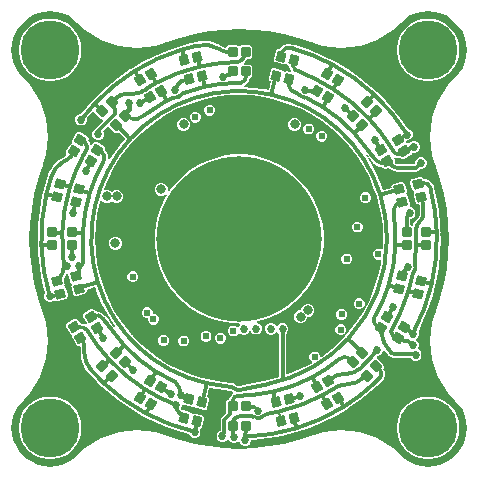
<source format=gtl>
G04*
G04 #@! TF.GenerationSoftware,Altium Limited,Altium Designer,21.9.2 (33)*
G04*
G04 Layer_Physical_Order=1*
G04 Layer_Color=255*
%FSLAX25Y25*%
%MOIN*%
G70*
G04*
G04 #@! TF.SameCoordinates,E2134F64-58B9-40C7-9104-C69D01245961*
G04*
G04*
G04 #@! TF.FilePolarity,Positive*
G04*
G01*
G75*
G04:AMPARAMS|DCode=13|XSize=33.47mil|YSize=31.5mil|CornerRadius=3.94mil|HoleSize=0mil|Usage=FLASHONLY|Rotation=90.000|XOffset=0mil|YOffset=0mil|HoleType=Round|Shape=RoundedRectangle|*
%AMROUNDEDRECTD13*
21,1,0.03347,0.02362,0,0,90.0*
21,1,0.02559,0.03150,0,0,90.0*
1,1,0.00787,0.01181,0.01280*
1,1,0.00787,0.01181,-0.01280*
1,1,0.00787,-0.01181,-0.01280*
1,1,0.00787,-0.01181,0.01280*
%
%ADD13ROUNDEDRECTD13*%
G04:AMPARAMS|DCode=14|XSize=33.47mil|YSize=31.5mil|CornerRadius=3.94mil|HoleSize=0mil|Usage=FLASHONLY|Rotation=105.000|XOffset=0mil|YOffset=0mil|HoleType=Round|Shape=RoundedRectangle|*
%AMROUNDEDRECTD14*
21,1,0.03347,0.02362,0,0,105.0*
21,1,0.02559,0.03150,0,0,105.0*
1,1,0.00787,0.00810,0.01542*
1,1,0.00787,0.01472,-0.00930*
1,1,0.00787,-0.00810,-0.01542*
1,1,0.00787,-0.01472,0.00930*
%
%ADD14ROUNDEDRECTD14*%
G04:AMPARAMS|DCode=15|XSize=33.47mil|YSize=31.5mil|CornerRadius=3.94mil|HoleSize=0mil|Usage=FLASHONLY|Rotation=120.000|XOffset=0mil|YOffset=0mil|HoleType=Round|Shape=RoundedRectangle|*
%AMROUNDEDRECTD15*
21,1,0.03347,0.02362,0,0,120.0*
21,1,0.02559,0.03150,0,0,120.0*
1,1,0.00787,0.00383,0.01699*
1,1,0.00787,0.01663,-0.00518*
1,1,0.00787,-0.00383,-0.01699*
1,1,0.00787,-0.01663,0.00518*
%
%ADD15ROUNDEDRECTD15*%
G04:AMPARAMS|DCode=16|XSize=33.47mil|YSize=31.5mil|CornerRadius=3.94mil|HoleSize=0mil|Usage=FLASHONLY|Rotation=135.000|XOffset=0mil|YOffset=0mil|HoleType=Round|Shape=RoundedRectangle|*
%AMROUNDEDRECTD16*
21,1,0.03347,0.02362,0,0,135.0*
21,1,0.02559,0.03150,0,0,135.0*
1,1,0.00787,-0.00070,0.01740*
1,1,0.00787,0.01740,-0.00070*
1,1,0.00787,0.00070,-0.01740*
1,1,0.00787,-0.01740,0.00070*
%
%ADD16ROUNDEDRECTD16*%
G04:AMPARAMS|DCode=17|XSize=33.47mil|YSize=31.5mil|CornerRadius=3.94mil|HoleSize=0mil|Usage=FLASHONLY|Rotation=150.000|XOffset=0mil|YOffset=0mil|HoleType=Round|Shape=RoundedRectangle|*
%AMROUNDEDRECTD17*
21,1,0.03347,0.02362,0,0,150.0*
21,1,0.02559,0.03150,0,0,150.0*
1,1,0.00787,-0.00518,0.01663*
1,1,0.00787,0.01699,0.00383*
1,1,0.00787,0.00518,-0.01663*
1,1,0.00787,-0.01699,-0.00383*
%
%ADD17ROUNDEDRECTD17*%
G04:AMPARAMS|DCode=18|XSize=33.47mil|YSize=31.5mil|CornerRadius=3.94mil|HoleSize=0mil|Usage=FLASHONLY|Rotation=165.000|XOffset=0mil|YOffset=0mil|HoleType=Round|Shape=RoundedRectangle|*
%AMROUNDEDRECTD18*
21,1,0.03347,0.02362,0,0,165.0*
21,1,0.02559,0.03150,0,0,165.0*
1,1,0.00787,-0.00930,0.01472*
1,1,0.00787,0.01542,0.00810*
1,1,0.00787,0.00930,-0.01472*
1,1,0.00787,-0.01542,-0.00810*
%
%ADD18ROUNDEDRECTD18*%
G04:AMPARAMS|DCode=19|XSize=33.47mil|YSize=31.5mil|CornerRadius=3.94mil|HoleSize=0mil|Usage=FLASHONLY|Rotation=180.000|XOffset=0mil|YOffset=0mil|HoleType=Round|Shape=RoundedRectangle|*
%AMROUNDEDRECTD19*
21,1,0.03347,0.02362,0,0,180.0*
21,1,0.02559,0.03150,0,0,180.0*
1,1,0.00787,-0.01280,0.01181*
1,1,0.00787,0.01280,0.01181*
1,1,0.00787,0.01280,-0.01181*
1,1,0.00787,-0.01280,-0.01181*
%
%ADD19ROUNDEDRECTD19*%
G04:AMPARAMS|DCode=20|XSize=33.47mil|YSize=31.5mil|CornerRadius=3.94mil|HoleSize=0mil|Usage=FLASHONLY|Rotation=195.000|XOffset=0mil|YOffset=0mil|HoleType=Round|Shape=RoundedRectangle|*
%AMROUNDEDRECTD20*
21,1,0.03347,0.02362,0,0,195.0*
21,1,0.02559,0.03150,0,0,195.0*
1,1,0.00787,-0.01542,0.00810*
1,1,0.00787,0.00930,0.01472*
1,1,0.00787,0.01542,-0.00810*
1,1,0.00787,-0.00930,-0.01472*
%
%ADD20ROUNDEDRECTD20*%
G04:AMPARAMS|DCode=21|XSize=33.47mil|YSize=31.5mil|CornerRadius=3.94mil|HoleSize=0mil|Usage=FLASHONLY|Rotation=210.000|XOffset=0mil|YOffset=0mil|HoleType=Round|Shape=RoundedRectangle|*
%AMROUNDEDRECTD21*
21,1,0.03347,0.02362,0,0,210.0*
21,1,0.02559,0.03150,0,0,210.0*
1,1,0.00787,-0.01699,0.00383*
1,1,0.00787,0.00518,0.01663*
1,1,0.00787,0.01699,-0.00383*
1,1,0.00787,-0.00518,-0.01663*
%
%ADD21ROUNDEDRECTD21*%
G04:AMPARAMS|DCode=22|XSize=33.47mil|YSize=31.5mil|CornerRadius=3.94mil|HoleSize=0mil|Usage=FLASHONLY|Rotation=225.000|XOffset=0mil|YOffset=0mil|HoleType=Round|Shape=RoundedRectangle|*
%AMROUNDEDRECTD22*
21,1,0.03347,0.02362,0,0,225.0*
21,1,0.02559,0.03150,0,0,225.0*
1,1,0.00787,-0.01740,-0.00070*
1,1,0.00787,0.00070,0.01740*
1,1,0.00787,0.01740,0.00070*
1,1,0.00787,-0.00070,-0.01740*
%
%ADD22ROUNDEDRECTD22*%
G04:AMPARAMS|DCode=23|XSize=33.47mil|YSize=31.5mil|CornerRadius=3.94mil|HoleSize=0mil|Usage=FLASHONLY|Rotation=240.000|XOffset=0mil|YOffset=0mil|HoleType=Round|Shape=RoundedRectangle|*
%AMROUNDEDRECTD23*
21,1,0.03347,0.02362,0,0,240.0*
21,1,0.02559,0.03150,0,0,240.0*
1,1,0.00787,-0.01663,-0.00518*
1,1,0.00787,-0.00383,0.01699*
1,1,0.00787,0.01663,0.00518*
1,1,0.00787,0.00383,-0.01699*
%
%ADD23ROUNDEDRECTD23*%
G04:AMPARAMS|DCode=24|XSize=33.47mil|YSize=31.5mil|CornerRadius=3.94mil|HoleSize=0mil|Usage=FLASHONLY|Rotation=255.000|XOffset=0mil|YOffset=0mil|HoleType=Round|Shape=RoundedRectangle|*
%AMROUNDEDRECTD24*
21,1,0.03347,0.02362,0,0,255.0*
21,1,0.02559,0.03150,0,0,255.0*
1,1,0.00787,-0.01472,-0.00930*
1,1,0.00787,-0.00810,0.01542*
1,1,0.00787,0.01472,0.00930*
1,1,0.00787,0.00810,-0.01542*
%
%ADD24ROUNDEDRECTD24*%
%ADD39C,0.01221*%
%ADD40C,0.01200*%
%ADD41C,0.01200*%
%ADD42C,0.01378*%
%ADD43C,0.01221*%
%ADD44C,0.01500*%
%ADD45C,0.00800*%
%ADD46C,0.55118*%
%ADD47C,0.19685*%
%ADD48C,0.02400*%
%ADD49C,0.03200*%
%ADD50C,0.02700*%
%ADD51C,0.02559*%
G36*
X65012Y75743D02*
X66981Y75270D01*
X68853Y74495D01*
X70580Y73436D01*
X72121Y72121D01*
X73436Y70580D01*
X74495Y68853D01*
X75270Y66981D01*
X75743Y65012D01*
X75902Y62992D01*
X75743Y60973D01*
X75270Y59003D01*
X74495Y57131D01*
X73436Y55404D01*
X72447Y54246D01*
X72120Y53884D01*
X71841Y53635D01*
X71759Y53543D01*
X69769Y51316D01*
X67970Y48780D01*
X66466Y46059D01*
X65276Y43186D01*
X64415Y40198D01*
X63894Y37132D01*
X63720Y34027D01*
X63894Y30923D01*
X64415Y27857D01*
X65276Y24869D01*
X65494Y24342D01*
X65494Y24342D01*
X65504Y24313D01*
X65505Y24307D01*
X65507Y24305D01*
X65659Y23874D01*
X67053Y19688D01*
X68286Y14855D01*
X69172Y9945D01*
X69705Y4985D01*
X69883Y0D01*
X69705Y-4985D01*
X69172Y-9945D01*
X68286Y-14855D01*
X67053Y-19688D01*
X65659Y-23874D01*
X65507Y-24305D01*
X65505Y-24307D01*
X65494Y-24342D01*
X65494Y-24342D01*
X65276Y-24869D01*
X64415Y-27857D01*
X63894Y-30923D01*
X63720Y-34027D01*
X63894Y-37132D01*
X64415Y-40198D01*
X65276Y-43186D01*
X66466Y-46059D01*
X67970Y-48780D01*
X69769Y-51316D01*
X71759Y-53543D01*
X71841Y-53635D01*
X72120Y-53884D01*
X72447Y-54246D01*
X73436Y-55404D01*
X74495Y-57131D01*
X75270Y-59003D01*
X75743Y-60973D01*
X75902Y-62992D01*
X75743Y-65012D01*
X75270Y-66981D01*
X74495Y-68853D01*
X73436Y-70580D01*
X72121Y-72121D01*
X70580Y-73436D01*
X68853Y-74495D01*
X66981Y-75270D01*
X65012Y-75743D01*
X62992Y-75902D01*
X60973Y-75743D01*
X59003Y-75270D01*
X57131Y-74495D01*
X55404Y-73436D01*
X54246Y-72447D01*
X53884Y-72120D01*
X53635Y-71841D01*
X53543Y-71759D01*
X51316Y-69769D01*
X48780Y-67970D01*
X46059Y-66466D01*
X43186Y-65276D01*
X40198Y-64415D01*
X37132Y-63894D01*
X34027Y-63720D01*
X30923Y-63894D01*
X27857Y-64415D01*
X24869Y-65276D01*
X24342Y-65494D01*
X24342Y-65494D01*
X24313Y-65504D01*
X24307Y-65505D01*
X24305Y-65507D01*
X23874Y-65659D01*
X19688Y-67053D01*
X14855Y-68286D01*
X9945Y-69172D01*
X4985Y-69705D01*
X0Y-69883D01*
X-4985Y-69705D01*
X-9945Y-69172D01*
X-14855Y-68286D01*
X-19688Y-67053D01*
X-23874Y-65659D01*
X-24305Y-65507D01*
X-24307Y-65505D01*
X-24342Y-65494D01*
X-24342Y-65494D01*
X-24869Y-65276D01*
X-27857Y-64415D01*
X-30923Y-63894D01*
X-34027Y-63720D01*
X-37132Y-63894D01*
X-40198Y-64415D01*
X-43186Y-65276D01*
X-46059Y-66466D01*
X-48780Y-67970D01*
X-51316Y-69769D01*
X-53543Y-71759D01*
X-53635Y-71841D01*
X-53884Y-72120D01*
X-54246Y-72447D01*
X-55404Y-73436D01*
X-57131Y-74495D01*
X-59003Y-75270D01*
X-60973Y-75743D01*
X-62992Y-75902D01*
X-65012Y-75743D01*
X-66981Y-75270D01*
X-68853Y-74495D01*
X-70580Y-73436D01*
X-72121Y-72121D01*
X-73436Y-70580D01*
X-74495Y-68853D01*
X-75270Y-66981D01*
X-75743Y-65012D01*
X-75902Y-62992D01*
X-75743Y-60973D01*
X-75270Y-59003D01*
X-74495Y-57131D01*
X-73436Y-55404D01*
X-72447Y-54246D01*
X-72120Y-53884D01*
X-71841Y-53635D01*
X-71759Y-53543D01*
X-69769Y-51316D01*
X-67970Y-48780D01*
X-66466Y-46059D01*
X-65276Y-43186D01*
X-64415Y-40198D01*
X-63894Y-37132D01*
X-63720Y-34027D01*
X-63894Y-30923D01*
X-64415Y-27857D01*
X-65276Y-24869D01*
X-65494Y-24342D01*
X-65494Y-24342D01*
X-65504Y-24313D01*
X-65505Y-24307D01*
X-65507Y-24305D01*
X-65659Y-23874D01*
X-67053Y-19688D01*
X-68286Y-14855D01*
X-69172Y-9945D01*
X-69705Y-4985D01*
X-69883Y0D01*
X-69705Y4985D01*
X-69172Y9945D01*
X-68286Y14855D01*
X-67053Y19688D01*
X-65659Y23874D01*
X-65507Y24305D01*
X-65505Y24307D01*
X-65494Y24342D01*
X-65494Y24342D01*
X-65276Y24869D01*
X-64415Y27857D01*
X-63894Y30923D01*
X-63720Y34027D01*
X-63894Y37132D01*
X-64415Y40198D01*
X-65276Y43186D01*
X-66466Y46059D01*
X-67970Y48780D01*
X-69769Y51316D01*
X-71759Y53543D01*
X-71841Y53635D01*
X-72120Y53884D01*
X-72447Y54246D01*
X-73436Y55404D01*
X-74495Y57131D01*
X-75270Y59003D01*
X-75743Y60973D01*
X-75902Y62992D01*
X-75743Y65012D01*
X-75270Y66981D01*
X-74495Y68853D01*
X-73436Y70580D01*
X-72121Y72121D01*
X-70580Y73436D01*
X-68853Y74495D01*
X-66981Y75270D01*
X-65012Y75743D01*
X-62992Y75902D01*
X-60973Y75743D01*
X-59003Y75270D01*
X-57131Y74495D01*
X-55404Y73436D01*
X-54246Y72447D01*
X-53884Y72120D01*
X-53635Y71841D01*
X-53543Y71759D01*
X-51316Y69769D01*
X-48780Y67970D01*
X-46059Y66466D01*
X-43186Y65276D01*
X-40198Y64415D01*
X-37132Y63894D01*
X-34027Y63720D01*
X-30923Y63894D01*
X-27857Y64415D01*
X-24869Y65276D01*
X-24342Y65494D01*
X-24342Y65494D01*
X-24313Y65504D01*
X-24307Y65505D01*
X-24305Y65507D01*
X-23874Y65659D01*
X-19688Y67053D01*
X-14855Y68286D01*
X-9945Y69172D01*
X-4985Y69705D01*
X0Y69883D01*
X4985Y69705D01*
X9945Y69172D01*
X14855Y68286D01*
X19688Y67053D01*
X23874Y65659D01*
X24305Y65507D01*
X24307Y65505D01*
X24342Y65494D01*
X24342Y65494D01*
X24869Y65276D01*
X27857Y64415D01*
X30923Y63894D01*
X34027Y63720D01*
X37132Y63894D01*
X40198Y64415D01*
X43186Y65276D01*
X46059Y66466D01*
X48780Y67970D01*
X51316Y69769D01*
X53543Y71759D01*
X53635Y71841D01*
X53884Y72120D01*
X54246Y72447D01*
X55404Y73436D01*
X57131Y74495D01*
X59003Y75270D01*
X60973Y75743D01*
X62992Y75902D01*
X65012Y75743D01*
D02*
G37*
%LPC*%
G36*
X-11642Y65949D02*
X-13425Y65809D01*
X-14270Y65606D01*
X-14764Y65529D01*
X-14766Y65529D01*
X-15245Y65386D01*
X-16296Y65177D01*
X-18989Y64417D01*
X-19464Y64299D01*
X-19465Y64299D01*
Y64299D01*
X-23483Y62961D01*
X-27915Y61125D01*
X-32204Y58978D01*
X-35484Y57033D01*
X-35484Y57033D01*
X-35910Y56780D01*
X-36330Y56530D01*
X-40270Y53795D01*
X-44005Y50785D01*
X-47516Y47516D01*
X-48834Y46101D01*
X-48914Y46047D01*
X-48991Y45932D01*
X-50785Y44005D01*
X-52640Y41704D01*
X-53003D01*
X-53720Y41407D01*
X-54268Y40858D01*
X-54565Y40142D01*
Y39366D01*
X-54268Y38649D01*
X-53720Y38101D01*
X-53003Y37804D01*
X-52227D01*
X-51511Y38101D01*
X-50962Y38649D01*
X-50665Y39366D01*
Y40142D01*
X-50685Y40189D01*
X-49224Y42042D01*
X-48825Y42474D01*
X-48285Y42321D01*
X-48262Y42206D01*
X-48043Y41877D01*
X-46233Y40067D01*
X-45904Y39848D01*
X-45701Y39807D01*
X-45505Y39320D01*
X-45504Y39297D01*
X-47497Y37304D01*
X-47763Y36907D01*
X-47828Y36580D01*
X-48024Y36499D01*
X-48572Y35950D01*
X-48869Y35234D01*
Y34458D01*
X-48572Y33741D01*
X-48024Y33193D01*
X-47307Y32896D01*
X-46532D01*
X-45815Y33193D01*
X-45266Y33741D01*
X-44969Y34458D01*
Y35234D01*
X-45266Y35950D01*
X-45328Y36012D01*
X-44053Y37288D01*
X-43449Y37284D01*
X-41640Y35474D01*
X-41311Y35254D01*
X-40923Y35177D01*
X-40535Y35254D01*
X-40207Y35474D01*
X-40198Y35482D01*
X-37998Y33384D01*
X-38775Y32536D01*
X-41463Y29033D01*
X-43253Y26224D01*
X-43715Y26377D01*
X-43604Y27218D01*
X-43651Y27575D01*
X-43682Y27813D01*
X-43680Y27828D01*
X-43715Y28060D01*
X-43770Y28210D01*
X-43781Y28227D01*
X-43806Y28289D01*
X-43814Y28298D01*
X-43902Y28510D01*
X-44039Y28842D01*
X-44554Y29514D01*
X-44692Y29620D01*
X-44672Y29655D01*
X-44545Y30030D01*
X-44570Y30424D01*
X-44745Y30779D01*
X-45042Y31039D01*
X-47259Y32319D01*
X-47633Y32446D01*
X-48028Y32420D01*
X-48382Y32245D01*
X-48643Y31948D01*
X-49078Y31194D01*
X-49596Y31297D01*
X-49662Y31801D01*
X-49994Y32603D01*
X-50275Y32969D01*
X-50170Y33278D01*
X-50196Y33672D01*
X-50371Y34027D01*
X-50668Y34287D01*
X-52884Y35567D01*
X-53259Y35694D01*
X-53653Y35668D01*
X-54008Y35493D01*
X-54268Y35196D01*
X-55449Y33150D01*
X-55577Y32776D01*
X-55554Y32436D01*
X-55572Y32344D01*
X-55819Y31918D01*
X-56173Y31743D01*
X-56434Y31446D01*
X-57615Y29400D01*
X-57742Y29026D01*
X-57716Y28631D01*
X-57541Y28276D01*
X-57558Y27777D01*
X-57718Y27654D01*
X-57722Y27653D01*
X-59364Y26704D01*
X-59426Y26650D01*
X-59899Y26397D01*
X-61328Y25225D01*
X-62501Y23796D01*
X-63372Y22165D01*
X-63561Y21542D01*
X-63696Y21341D01*
X-63713Y21255D01*
X-63704Y21252D01*
X-64476Y18932D01*
X-65405Y15290D01*
X-65405Y15290D01*
X-65662Y14284D01*
X-66514Y9563D01*
X-67027Y4794D01*
X-67198Y0D01*
X-67124Y-2076D01*
X-67143Y-2173D01*
X-67135Y-2214D01*
X-67135D01*
X-67115Y-2312D01*
X-67027Y-4794D01*
X-66514Y-9563D01*
X-65662Y-14284D01*
X-64674Y-18157D01*
X-64942Y-18805D01*
Y-19581D01*
X-64645Y-20298D01*
X-64097Y-20846D01*
X-63380Y-21143D01*
X-62604D01*
X-61888Y-20846D01*
X-61350Y-20309D01*
X-61057Y-20566D01*
X-60682Y-20693D01*
X-60288Y-20667D01*
X-57816Y-20005D01*
X-57461Y-19830D01*
X-57201Y-19533D01*
X-57074Y-19159D01*
X-57099Y-18764D01*
X-57711Y-16483D01*
X-57886Y-16128D01*
X-58183Y-15867D01*
X-58311Y-15391D01*
X-58304Y-15298D01*
X-58195Y-14976D01*
X-58220Y-14581D01*
X-58513Y-13488D01*
X-57753Y-12065D01*
X-57575Y-11478D01*
X-57509Y-11468D01*
X-56986Y-11805D01*
X-56375Y-14087D01*
X-56200Y-14441D01*
X-55903Y-14702D01*
X-55775Y-15178D01*
X-55782Y-15271D01*
X-55891Y-15594D01*
X-55865Y-15988D01*
X-55254Y-18270D01*
X-55079Y-18624D01*
X-54782Y-18885D01*
X-54408Y-19012D01*
X-54013Y-18986D01*
X-51541Y-18324D01*
X-51187Y-18149D01*
X-50926Y-17852D01*
X-50799Y-17477D01*
X-50825Y-17083D01*
X-50849Y-16993D01*
X-48307Y-16145D01*
X-47861Y-16372D01*
X-47565Y-17312D01*
X-45875Y-21392D01*
X-43836Y-25309D01*
X-41463Y-29033D01*
X-41199Y-29378D01*
X-41592Y-29687D01*
X-42481Y-28584D01*
X-44177Y-26141D01*
X-44451Y-25747D01*
X-44617Y-25582D01*
X-44617Y-25582D01*
X-44641Y-25566D01*
X-44918Y-25205D01*
X-45713Y-24595D01*
X-46640Y-24211D01*
X-47634Y-24080D01*
X-47872Y-24112D01*
X-48018Y-23859D01*
X-48279Y-23562D01*
X-48633Y-23387D01*
X-49028Y-23361D01*
X-49402Y-23488D01*
X-51618Y-24768D01*
X-51916Y-25028D01*
X-52090Y-25383D01*
X-52116Y-25777D01*
X-51989Y-26152D01*
X-50833Y-28155D01*
X-50854Y-28209D01*
X-51312Y-28498D01*
X-52030Y-28200D01*
X-53094Y-28060D01*
X-53644Y-27107D01*
X-53904Y-26810D01*
X-54259Y-26635D01*
X-54654Y-26609D01*
X-55028Y-26736D01*
X-57244Y-28016D01*
X-57541Y-28276D01*
X-57716Y-28631D01*
X-57742Y-29026D01*
X-57615Y-29400D01*
X-56434Y-31446D01*
X-56173Y-31743D01*
X-55819Y-31918D01*
X-55572Y-32344D01*
X-55554Y-32436D01*
X-55577Y-32776D01*
X-55449Y-33150D01*
X-54268Y-35196D01*
X-54008Y-35493D01*
X-53653Y-35668D01*
X-53259Y-35694D01*
X-52834Y-35958D01*
X-52808Y-36159D01*
X-52809Y-36162D01*
Y-38059D01*
X-52830D01*
X-52649Y-39899D01*
X-52113Y-41668D01*
X-51241Y-43298D01*
X-50433Y-44283D01*
X-50198Y-44571D01*
X-50140Y-44660D01*
X-50139Y-44662D01*
X-50134Y-44666D01*
X-49795Y-45017D01*
X-47227Y-47795D01*
X-46302Y-48650D01*
X-46000Y-48947D01*
X-45980Y-48978D01*
X-45946Y-49000D01*
X-45946Y-49000D01*
X-45895Y-49034D01*
X-45572Y-49326D01*
X-44005Y-50785D01*
X-40270Y-53795D01*
X-36330Y-56530D01*
X-32204Y-58978D01*
X-31654Y-59254D01*
X-31654Y-59254D01*
X-27915Y-61125D01*
X-23483Y-62961D01*
X-18932Y-64476D01*
X-16620Y-65066D01*
X-16500Y-65356D01*
X-15951Y-65905D01*
X-15235Y-66202D01*
X-14459D01*
X-13742Y-65905D01*
X-13194Y-65356D01*
X-12897Y-64640D01*
Y-63864D01*
X-12940Y-63760D01*
X-12717Y-63160D01*
X-12420Y-62899D01*
X-12245Y-62545D01*
X-11583Y-60073D01*
X-11557Y-59678D01*
X-11684Y-59304D01*
X-11945Y-59007D01*
X-12299Y-58832D01*
X-14581Y-58220D01*
X-14976Y-58195D01*
X-15298Y-58304D01*
X-15391Y-58311D01*
X-15867Y-58183D01*
X-16128Y-57886D01*
X-16483Y-57711D01*
X-18764Y-57099D01*
X-19024Y-57082D01*
X-19166Y-56940D01*
X-19205Y-56914D01*
X-19485Y-56495D01*
X-19410Y-56419D01*
X-19113Y-55703D01*
Y-55280D01*
X-18624Y-55079D01*
X-18270Y-55254D01*
X-15988Y-55865D01*
X-15594Y-55891D01*
X-15271Y-55782D01*
X-15178Y-55775D01*
X-14702Y-55903D01*
X-14441Y-56200D01*
X-14087Y-56375D01*
X-11805Y-56986D01*
X-11411Y-57012D01*
X-11036Y-56885D01*
X-10739Y-56624D01*
X-10564Y-56270D01*
X-9902Y-53798D01*
X-9876Y-53404D01*
X-10003Y-53029D01*
X-10264Y-52732D01*
X-10618Y-52557D01*
X-10622Y-52556D01*
X-9900Y-49628D01*
X-4789Y-50472D01*
X-3125Y-50636D01*
X-2633Y-50732D01*
X-2609Y-50742D01*
X-2589Y-50720D01*
X-2146Y-51060D01*
X-2143Y-51659D01*
X-2152Y-51665D01*
X-2197Y-51684D01*
X-2348Y-51796D01*
X-2443Y-51888D01*
X-2959Y-52560D01*
X-3283Y-53342D01*
X-3305Y-53514D01*
X-3347D01*
X-3734Y-53592D01*
X-4063Y-53811D01*
X-4282Y-54140D01*
X-4360Y-54528D01*
Y-57087D01*
X-4282Y-57474D01*
X-4232Y-57550D01*
Y-57925D01*
X-5805Y-59498D01*
X-6071Y-59895D01*
X-6164Y-60364D01*
Y-63888D01*
X-6655Y-64091D01*
X-7203Y-64640D01*
X-7500Y-65357D01*
Y-66132D01*
X-7203Y-66849D01*
X-6655Y-67398D01*
X-5938Y-67694D01*
X-5162D01*
X-4446Y-67398D01*
X-4040Y-66992D01*
X-3529Y-67039D01*
X-3466Y-67071D01*
X-3379Y-67281D01*
X-2831Y-67830D01*
X-2114Y-68127D01*
X-1338D01*
X-622Y-67830D01*
X-361Y-67570D01*
X-309Y-67564D01*
X200Y-67716D01*
X414Y-68234D01*
X962Y-68782D01*
X1679Y-69079D01*
X2455D01*
X3172Y-68782D01*
X3720Y-68234D01*
X4017Y-67517D01*
Y-67054D01*
X4794Y-67027D01*
X9563Y-66514D01*
X14284Y-65662D01*
X18932Y-64476D01*
X23483Y-62961D01*
X27915Y-61125D01*
X32204Y-58978D01*
X35484Y-57033D01*
X36330Y-56530D01*
X40270Y-53795D01*
X44005Y-50785D01*
X45807Y-49107D01*
X45836Y-49088D01*
X45843Y-49095D01*
X45879Y-49072D01*
X45904Y-49035D01*
X46193Y-48743D01*
X46193Y-48743D01*
X47686Y-47250D01*
X47689Y-47250D01*
X47690Y-47251D01*
X48208Y-46576D01*
X48537Y-45782D01*
X48649Y-44930D01*
X48610Y-44637D01*
X48585Y-44444D01*
X48586Y-44441D01*
X48547Y-44152D01*
X48457Y-43790D01*
X48457Y-43790D01*
X48388Y-43687D01*
X48089Y-43240D01*
X48262Y-42981D01*
X48339Y-42594D01*
X48262Y-42206D01*
X48043Y-41877D01*
X46233Y-40067D01*
X45994Y-39908D01*
X45879Y-39521D01*
X45865Y-39337D01*
X45915Y-39280D01*
X45994Y-39201D01*
X46030Y-39147D01*
X46194Y-38958D01*
X46244D01*
X46960Y-38661D01*
X47509Y-38113D01*
X47806Y-37396D01*
Y-37137D01*
X48306Y-36996D01*
X48408Y-37163D01*
X49689Y-38662D01*
X49953Y-38910D01*
X50675Y-39392D01*
X51595Y-39575D01*
X51595Y-39575D01*
X51595Y-39575D01*
Y-39575D01*
X52085Y-39555D01*
X57141D01*
X57196Y-39687D01*
X57745Y-40236D01*
X58461Y-40533D01*
X59237D01*
X59954Y-40236D01*
X60502Y-39687D01*
X60799Y-38971D01*
Y-38195D01*
X60502Y-37478D01*
X59954Y-36930D01*
X59830Y-36878D01*
X59636Y-36257D01*
X59819Y-35816D01*
Y-35040D01*
X59522Y-34323D01*
X59028Y-33830D01*
X59022Y-33515D01*
X59067Y-33272D01*
X59227Y-33206D01*
X59775Y-32658D01*
X60072Y-31941D01*
Y-31166D01*
X59812Y-30538D01*
X61125Y-27915D01*
X62961Y-23483D01*
X64476Y-18932D01*
X65405Y-15290D01*
X65405D01*
X65528Y-14809D01*
X65662Y-14284D01*
X66514Y-9563D01*
X67027Y-4794D01*
X67198Y0D01*
X67124Y2076D01*
X67143Y2173D01*
X67135Y2214D01*
X67135D01*
X67115Y2312D01*
X67027Y4794D01*
X66514Y9563D01*
X65662Y14284D01*
X64995Y16899D01*
X64989Y16981D01*
X64973Y17042D01*
X64848Y17526D01*
X64848D01*
X64523Y18310D01*
X64007Y18983D01*
X63334Y19499D01*
X63334Y19499D01*
X63188Y19567D01*
X63157Y19573D01*
X62891Y19682D01*
X62551Y19823D01*
X61712Y19934D01*
X61539Y19911D01*
X61529Y19951D01*
X61354Y20306D01*
X61057Y20566D01*
X60682Y20693D01*
X60288Y20667D01*
X57816Y20005D01*
X57461Y19830D01*
X57201Y19533D01*
X57074Y19159D01*
X57099Y18764D01*
X57711Y16483D01*
X57886Y16128D01*
X58183Y15867D01*
X58311Y15391D01*
X58304Y15298D01*
X58195Y14976D01*
X58220Y14581D01*
X58757Y12577D01*
X58758Y12566D01*
X58765Y12548D01*
X58770Y12529D01*
X58772Y12507D01*
X58781Y12488D01*
X58832Y12299D01*
X59007Y11945D01*
X59304Y11684D01*
X59678Y11557D01*
X59895Y11571D01*
X60172Y11151D01*
X60183Y11102D01*
X60183Y10634D01*
X60183Y8878D01*
X60183Y8634D01*
X60162Y8624D01*
X60161D01*
X60177Y8374D01*
X60196Y8277D01*
X60153Y7920D01*
X60091Y7605D01*
X59878Y7287D01*
X59680Y7049D01*
X59557Y6967D01*
X59283Y6730D01*
X59283Y6730D01*
X59251Y6681D01*
X59252Y6673D01*
X59205Y6612D01*
X58443Y5619D01*
X57995Y4536D01*
X57505Y4297D01*
X57031Y4469D01*
Y6153D01*
X57022Y6196D01*
X57113Y6653D01*
X57210D01*
X57926Y6950D01*
X58475Y7498D01*
X58772Y8215D01*
Y8991D01*
X58475Y9708D01*
X57926Y10256D01*
X57210Y10553D01*
X57126D01*
X56885Y11036D01*
X57012Y11410D01*
X56986Y11805D01*
X56375Y14087D01*
X56200Y14441D01*
X55903Y14702D01*
X55775Y15178D01*
X55782Y15271D01*
X55891Y15594D01*
X55865Y15988D01*
X55254Y18270D01*
X55079Y18624D01*
X54782Y18885D01*
X54408Y19012D01*
X54013Y18986D01*
X51541Y18324D01*
X51187Y18149D01*
X50926Y17852D01*
X50799Y17477D01*
X50825Y17083D01*
X50841Y17022D01*
X48284Y16209D01*
X47840Y16439D01*
X47565Y17312D01*
X45875Y21392D01*
X43836Y25309D01*
X42238Y27817D01*
X42556Y28249D01*
X42606Y28235D01*
X44001Y26226D01*
X44270Y25839D01*
X44270Y25839D01*
X44272Y25837D01*
X44563Y25550D01*
X44585Y25528D01*
X44572Y25541D01*
X44605Y25508D01*
X44741Y25372D01*
X44585Y25528D01*
X44787Y25325D01*
X45094Y25009D01*
X45094Y25009D01*
X45839Y24438D01*
X46707Y24079D01*
X47638Y23956D01*
Y23956D01*
X48072Y23797D01*
X48279Y23562D01*
X48633Y23387D01*
X49028Y23361D01*
X49402Y23488D01*
X49922Y23789D01*
X50352Y23359D01*
X50352Y23359D01*
X50349Y23356D01*
X51029Y22834D01*
X51821Y22506D01*
X52671Y22394D01*
X52671Y22394D01*
Y22399D01*
X52671Y22399D01*
X56572D01*
X56572Y22399D01*
X59055D01*
X59523Y22492D01*
X59920Y22757D01*
X60410Y23247D01*
X61018D01*
X61734Y23544D01*
X62283Y24092D01*
X62580Y24809D01*
Y25585D01*
X62283Y26301D01*
X61734Y26850D01*
X61018Y27147D01*
X60242D01*
X59525Y26850D01*
X58977Y26301D01*
X58680Y25585D01*
Y24977D01*
X58548Y24846D01*
X56572D01*
X56572Y24846D01*
X52671D01*
X52671Y24846D01*
Y24856D01*
X52386Y24913D01*
X52093Y25205D01*
X52104Y25591D01*
X52116Y25777D01*
X51989Y26152D01*
X51582Y26856D01*
X51930Y27253D01*
X52044Y27206D01*
X52756Y27113D01*
X52757Y27113D01*
X52758Y27112D01*
X53603Y27112D01*
X53603Y27089D01*
X53652Y27098D01*
X53904Y26810D01*
X54259Y26635D01*
X54654Y26609D01*
X55028Y26736D01*
X57244Y28016D01*
X57541Y28276D01*
X57716Y28631D01*
X57718Y28658D01*
X57880Y28759D01*
X58656D01*
X59372Y29056D01*
X59921Y29604D01*
X60218Y30321D01*
Y31097D01*
X59921Y31813D01*
X59372Y32362D01*
X58656Y32659D01*
X57880D01*
X57163Y32362D01*
X56701Y31899D01*
X56386Y31806D01*
X56066Y31796D01*
X55819Y31918D01*
X55590Y32313D01*
X55628Y32440D01*
X55849Y32819D01*
X56044Y32850D01*
X56403D01*
X57120Y33147D01*
X57668Y33695D01*
X57965Y34412D01*
Y35188D01*
X57668Y35904D01*
X57120Y36453D01*
X56403Y36750D01*
X56239D01*
X53795Y40270D01*
X50785Y44005D01*
X47516Y47516D01*
X46034Y48896D01*
X45980Y48978D01*
X45946Y49000D01*
X45946Y49000D01*
X45863Y49056D01*
X44005Y50785D01*
X40270Y53795D01*
X36330Y56530D01*
X32204Y58978D01*
X31654Y59254D01*
X31652Y59254D01*
X31652Y59254D01*
X27918Y61124D01*
X23492Y62957D01*
X18946Y64470D01*
X18175Y64667D01*
X18175Y64667D01*
Y64667D01*
X17706Y64791D01*
X17246Y64923D01*
Y64923D01*
X16405Y65034D01*
X15564Y64923D01*
X15224Y64782D01*
X15222Y64781D01*
X14957Y64672D01*
X14926Y64665D01*
X14780Y64598D01*
X14780Y64598D01*
X14108Y64083D01*
X13592Y63411D01*
X13526Y63250D01*
X13486Y63261D01*
X13092Y63287D01*
X12717Y63160D01*
X12420Y62899D01*
X12245Y62545D01*
X11583Y60073D01*
X11557Y59678D01*
X11684Y59304D01*
X11945Y59007D01*
X12299Y58832D01*
X14581Y58220D01*
X14976Y58195D01*
X15298Y58304D01*
X15391Y58311D01*
X15867Y58183D01*
X16128Y57886D01*
X16483Y57711D01*
X16753Y57639D01*
X16729Y57520D01*
X16918Y56572D01*
X17275Y56038D01*
X16963Y55604D01*
X15988Y55865D01*
X15594Y55891D01*
X15271Y55782D01*
X15178Y55775D01*
X14702Y55903D01*
X14441Y56200D01*
X14087Y56375D01*
X11805Y56986D01*
X11411Y57012D01*
X11036Y56885D01*
X10739Y56624D01*
X10564Y56270D01*
X9902Y53798D01*
X9876Y53404D01*
X10003Y53029D01*
X10264Y52732D01*
X10587Y52572D01*
X9809Y49622D01*
X8790Y49848D01*
X4412Y50425D01*
X1643Y50546D01*
X1554Y51050D01*
X1919Y51201D01*
X2427Y51591D01*
X2592Y51718D01*
X2592Y51718D01*
X2627Y51762D01*
X2627Y51763D01*
X2685Y51836D01*
X2708Y51851D01*
X2836Y52025D01*
X2973Y52212D01*
X3061Y52329D01*
X3108Y52390D01*
X3260Y52758D01*
X3432Y53172D01*
X3480Y53541D01*
X3734Y53592D01*
X4063Y53811D01*
X4282Y54140D01*
X4360Y54528D01*
Y57087D01*
X4282Y57474D01*
X4063Y57803D01*
X3734Y58023D01*
X3347Y58100D01*
X1697D01*
X1527Y58600D01*
X2047Y58998D01*
X2789Y59966D01*
X2808Y60010D01*
X3347D01*
X3734Y60088D01*
X4063Y60307D01*
X4282Y60636D01*
X4360Y61024D01*
Y63583D01*
X4282Y63970D01*
X4063Y64299D01*
X3734Y64519D01*
X3347Y64596D01*
X984D01*
X597Y64519D01*
X268Y64299D01*
X-268Y64299D01*
X-597Y64519D01*
X-984Y64596D01*
X-3347D01*
X-3734Y64519D01*
X-4063Y64299D01*
X-4282Y63970D01*
X-4723Y63735D01*
X-4910Y63812D01*
X-4913Y63815D01*
X-5932Y64403D01*
X-5938Y64405D01*
X-5943Y64409D01*
X-5944Y64410D01*
X-6026Y64437D01*
X-6466Y64707D01*
X-8119Y65391D01*
X-9858Y65809D01*
X-11642Y65949D01*
D02*
G37*
G36*
X63814Y73435D02*
X62170D01*
X60547Y73177D01*
X58984Y72670D01*
X57519Y71923D01*
X56189Y70957D01*
X55027Y69795D01*
X54061Y68465D01*
X53315Y67001D01*
X52807Y65437D01*
X52550Y63814D01*
Y62170D01*
X52807Y60547D01*
X53315Y58984D01*
X54061Y57519D01*
X55027Y56189D01*
X56189Y55027D01*
X57519Y54061D01*
X58984Y53315D01*
X60547Y52807D01*
X62170Y52550D01*
X63814D01*
X65437Y52807D01*
X67001Y53315D01*
X68465Y54061D01*
X69795Y55027D01*
X70957Y56189D01*
X71923Y57519D01*
X72670Y58984D01*
X73177Y60547D01*
X73435Y62170D01*
Y63814D01*
X73177Y65437D01*
X72670Y67001D01*
X71923Y68465D01*
X70957Y69795D01*
X69795Y70957D01*
X68465Y71923D01*
X67001Y72670D01*
X65437Y73177D01*
X63814Y73435D01*
D02*
G37*
G36*
X-62170D02*
X-63814D01*
X-65437Y73177D01*
X-67001Y72670D01*
X-68465Y71923D01*
X-69795Y70957D01*
X-70957Y69795D01*
X-71923Y68465D01*
X-72670Y67001D01*
X-73177Y65437D01*
X-73435Y63814D01*
Y62170D01*
X-73177Y60547D01*
X-72670Y58984D01*
X-71923Y57519D01*
X-70957Y56189D01*
X-69795Y55027D01*
X-68465Y54061D01*
X-67001Y53315D01*
X-65437Y52807D01*
X-63814Y52550D01*
X-62170D01*
X-60547Y52807D01*
X-58984Y53315D01*
X-57519Y54061D01*
X-56189Y55027D01*
X-55027Y56189D01*
X-54061Y57519D01*
X-53315Y58984D01*
X-52807Y60547D01*
X-52550Y62170D01*
Y63814D01*
X-52807Y65437D01*
X-53315Y67001D01*
X-54061Y68465D01*
X-55027Y69795D01*
X-56189Y70957D01*
X-57519Y71923D01*
X-58984Y72670D01*
X-60547Y73177D01*
X-62170Y73435D01*
D02*
G37*
G36*
X63814Y-52550D02*
X62170D01*
X60547Y-52807D01*
X58984Y-53315D01*
X57519Y-54061D01*
X56189Y-55027D01*
X55027Y-56189D01*
X54061Y-57519D01*
X53315Y-58984D01*
X52807Y-60547D01*
X52550Y-62170D01*
Y-63814D01*
X52807Y-65437D01*
X53315Y-67001D01*
X54061Y-68465D01*
X55027Y-69795D01*
X56189Y-70957D01*
X57519Y-71923D01*
X58984Y-72670D01*
X60547Y-73177D01*
X62170Y-73435D01*
X63814D01*
X65437Y-73177D01*
X67001Y-72670D01*
X68465Y-71923D01*
X69795Y-70957D01*
X70957Y-69795D01*
X71923Y-68465D01*
X72670Y-67001D01*
X73177Y-65437D01*
X73435Y-63814D01*
Y-62170D01*
X73177Y-60547D01*
X72670Y-58984D01*
X71923Y-57519D01*
X70957Y-56189D01*
X69795Y-55027D01*
X68465Y-54061D01*
X67001Y-53315D01*
X65437Y-52807D01*
X63814Y-52550D01*
D02*
G37*
G36*
X-62170D02*
X-63814D01*
X-65437Y-52807D01*
X-67001Y-53315D01*
X-68465Y-54061D01*
X-69795Y-55027D01*
X-70957Y-56189D01*
X-71923Y-57519D01*
X-72670Y-58984D01*
X-73177Y-60547D01*
X-73435Y-62170D01*
Y-63814D01*
X-73177Y-65437D01*
X-72670Y-67001D01*
X-71923Y-68465D01*
X-70957Y-69795D01*
X-69795Y-70957D01*
X-68465Y-71923D01*
X-67001Y-72670D01*
X-65437Y-73177D01*
X-63814Y-73435D01*
X-62170D01*
X-60547Y-73177D01*
X-58984Y-72670D01*
X-57519Y-71923D01*
X-56189Y-70957D01*
X-55027Y-69795D01*
X-54061Y-68465D01*
X-53315Y-67001D01*
X-52807Y-65437D01*
X-52550Y-63814D01*
Y-62170D01*
X-52807Y-60547D01*
X-53315Y-58984D01*
X-54061Y-57519D01*
X-55027Y-56189D01*
X-56189Y-55027D01*
X-57519Y-54061D01*
X-58984Y-53315D01*
X-60547Y-52807D01*
X-62170Y-52550D01*
D02*
G37*
%LPD*%
G36*
X4182Y47804D02*
X8333Y47258D01*
X12420Y46352D01*
X16412Y45093D01*
X20280Y43491D01*
X23993Y41558D01*
X27524Y39309D01*
X30845Y36760D01*
X33932Y33932D01*
X36760Y30845D01*
X39309Y27524D01*
X41558Y23993D01*
X43491Y20280D01*
X45093Y16412D01*
X45807Y14148D01*
X46352Y12420D01*
X47258Y8333D01*
X47804Y4182D01*
X47983Y86D01*
X47966Y0D01*
X47983Y-86D01*
X47843Y-3305D01*
X47332Y-3532D01*
X46815Y-3318D01*
X46099D01*
X45437Y-3592D01*
X44931Y-4098D01*
X44657Y-4760D01*
Y-5476D01*
X44931Y-6138D01*
X45437Y-6644D01*
X46099Y-6918D01*
X46815D01*
X46947Y-6863D01*
X47405Y-7215D01*
X47258Y-8333D01*
X46352Y-12420D01*
X45093Y-16412D01*
X43491Y-20280D01*
X41558Y-23993D01*
X39309Y-27524D01*
X36760Y-30845D01*
X35331Y-32405D01*
X33932Y-33932D01*
X30845Y-36760D01*
X27553Y-39286D01*
X27349Y-39251D01*
X27092Y-39110D01*
X27048Y-39019D01*
X26779Y-38372D01*
X26273Y-37865D01*
X25611Y-37591D01*
X24895D01*
X24234Y-37865D01*
X23728Y-38372D01*
X23453Y-39033D01*
Y-39750D01*
X23728Y-40411D01*
X24169Y-40853D01*
X24222Y-41412D01*
X23993Y-41558D01*
X20280Y-43491D01*
X16412Y-45093D01*
X16095Y-45193D01*
X15692Y-44897D01*
Y-31664D01*
X16122Y-31235D01*
X16419Y-30518D01*
Y-29742D01*
X16122Y-29026D01*
X15573Y-28477D01*
X14856Y-28180D01*
X14081D01*
X13364Y-28477D01*
X12869Y-28972D01*
X12558Y-28979D01*
X12312Y-28934D01*
X12283Y-28864D01*
X11734Y-28315D01*
X11018Y-28018D01*
X10242D01*
X9525Y-28315D01*
X8977Y-28864D01*
X8680Y-29580D01*
Y-30356D01*
X8977Y-31073D01*
X9525Y-31621D01*
X10242Y-31918D01*
X11018D01*
X11734Y-31621D01*
X12229Y-31127D01*
X12540Y-31120D01*
X12786Y-31165D01*
X12815Y-31235D01*
X13245Y-31664D01*
Y-46092D01*
X12420Y-46352D01*
X9589Y-46979D01*
X9589Y-46979D01*
Y-46979D01*
X9575Y-47001D01*
X1519Y-48607D01*
X1449Y-48636D01*
X1343Y-48650D01*
X1110Y-48746D01*
X667Y-48906D01*
X666Y-48907D01*
X222Y-49072D01*
X0Y-49117D01*
X-449Y-49027D01*
X-795Y-48796D01*
X-807Y-48809D01*
X-870Y-48767D01*
X-1292Y-48443D01*
X-1941Y-48174D01*
X-2287Y-48128D01*
X-2357Y-48114D01*
X-2353Y-48071D01*
X-5350Y-47748D01*
X-10457Y-46827D01*
X-10488Y-46780D01*
Y-46780D01*
X-12420Y-46352D01*
X-16412Y-45093D01*
X-20280Y-43491D01*
X-23993Y-41558D01*
X-27524Y-39309D01*
X-30845Y-36760D01*
X-33932Y-33932D01*
X-36760Y-30845D01*
X-39309Y-27524D01*
X-41558Y-23993D01*
X-43491Y-20280D01*
X-45093Y-16412D01*
X-45833Y-14065D01*
X-46352Y-12420D01*
X-47258Y-8333D01*
X-47804Y-4182D01*
X-47987Y0D01*
X-47804Y4182D01*
X-47258Y8333D01*
X-46352Y12420D01*
X-46306Y12566D01*
X-45738Y12705D01*
X-45341Y12308D01*
X-44532Y11973D01*
X-43657D01*
X-42848Y12308D01*
X-42478Y12678D01*
X-42112Y12312D01*
X-41303Y11977D01*
X-40428D01*
X-39619Y12312D01*
X-39001Y12931D01*
X-38666Y13739D01*
Y14615D01*
X-39001Y15423D01*
X-39619Y16042D01*
X-40428Y16377D01*
X-41303D01*
X-42112Y16042D01*
X-42482Y15672D01*
X-42848Y16038D01*
X-43657Y16373D01*
X-44532D01*
X-44576Y16355D01*
X-44958Y16738D01*
X-43491Y20280D01*
X-41558Y23993D01*
X-39309Y27524D01*
X-36760Y30845D01*
X-35254Y32489D01*
X-33932Y33932D01*
X-30845Y36760D01*
X-27524Y39309D01*
X-23993Y41558D01*
X-20280Y43491D01*
X-16412Y45093D01*
X-12420Y46352D01*
X-8333Y47258D01*
X-4182Y47804D01*
X0Y47987D01*
X4182Y47804D01*
D02*
G37*
%LPC*%
G36*
X-9484Y44713D02*
X-10201D01*
X-10862Y44439D01*
X-11368Y43933D01*
X-11643Y43271D01*
Y42555D01*
X-11368Y41894D01*
X-10862Y41387D01*
X-10201Y41113D01*
X-9484D01*
X-8823Y41387D01*
X-8317Y41894D01*
X-8043Y42555D01*
Y43271D01*
X-8317Y43933D01*
X-8823Y44439D01*
X-9484Y44713D01*
D02*
G37*
G36*
X-14209Y42351D02*
X-14925D01*
X-15586Y42077D01*
X-16093Y41571D01*
X-16367Y40909D01*
Y40193D01*
X-16093Y39532D01*
X-15586Y39025D01*
X-14925Y38751D01*
X-14209D01*
X-13547Y39025D01*
X-13041Y39532D01*
X-12767Y40193D01*
Y40909D01*
X-13041Y41571D01*
X-13547Y42077D01*
X-14209Y42351D01*
D02*
G37*
G36*
X18942Y40389D02*
X18066D01*
X17258Y40054D01*
X16639Y39435D01*
X16304Y38627D01*
Y37751D01*
X16639Y36943D01*
X17258Y36324D01*
X18066Y35989D01*
X18942D01*
X19750Y36324D01*
X20369Y36943D01*
X20704Y37751D01*
Y38627D01*
X20369Y39435D01*
X19750Y40054D01*
X18942Y40389D01*
D02*
G37*
G36*
X-18066D02*
X-18942D01*
X-19750Y40054D01*
X-20369Y39435D01*
X-20704Y38627D01*
Y37751D01*
X-20369Y36943D01*
X-19750Y36324D01*
X-18942Y35989D01*
X-18066D01*
X-17258Y36324D01*
X-16639Y36943D01*
X-16304Y37751D01*
Y38627D01*
X-16639Y39435D01*
X-17258Y40054D01*
X-18066Y40389D01*
D02*
G37*
G36*
X23586Y38414D02*
X22870D01*
X22209Y38140D01*
X21702Y37634D01*
X21428Y36972D01*
Y36256D01*
X21702Y35594D01*
X22209Y35088D01*
X22870Y34814D01*
X23586D01*
X24248Y35088D01*
X24754Y35594D01*
X25028Y36256D01*
Y36972D01*
X24754Y37634D01*
X24248Y38140D01*
X23586Y38414D01*
D02*
G37*
G36*
X27917Y36052D02*
X27201D01*
X26539Y35778D01*
X26033Y35272D01*
X25759Y34610D01*
Y33894D01*
X26033Y33232D01*
X26539Y32726D01*
X27201Y32452D01*
X27917D01*
X28579Y32726D01*
X29085Y33232D01*
X29359Y33894D01*
Y34610D01*
X29085Y35272D01*
X28579Y35778D01*
X27917Y36052D01*
D02*
G37*
G36*
X1581Y28159D02*
X-1581D01*
X-4724Y27805D01*
X-7808Y27101D01*
X-10793Y26057D01*
X-13643Y24684D01*
X-16320Y23002D01*
X-18793Y21030D01*
X-21030Y18793D01*
X-23002Y16320D01*
X-23439Y15624D01*
X-23885Y15854D01*
X-23784Y16098D01*
Y16973D01*
X-24119Y17782D01*
X-24738Y18401D01*
X-25547Y18735D01*
X-26422D01*
X-27231Y18401D01*
X-27849Y17782D01*
X-28184Y16973D01*
Y16098D01*
X-27849Y15289D01*
X-27231Y14670D01*
X-26422Y14335D01*
X-25547D01*
X-24738Y14670D01*
X-24445Y14964D01*
X-24051Y14650D01*
X-24684Y13643D01*
X-26057Y10793D01*
X-27101Y7808D01*
X-27805Y4724D01*
X-28159Y1581D01*
Y-1581D01*
X-27805Y-4724D01*
X-27101Y-7808D01*
X-26057Y-10793D01*
X-24684Y-13643D01*
X-23002Y-16320D01*
X-21030Y-18793D01*
X-18793Y-21030D01*
X-16320Y-23002D01*
X-13643Y-24684D01*
X-10793Y-26057D01*
X-7808Y-27101D01*
X-4724Y-27805D01*
X-1581Y-28159D01*
X-29D01*
X178Y-28659D01*
X-78Y-28915D01*
X-205Y-29220D01*
X-794Y-29337D01*
X-949Y-29183D01*
X-1610Y-28909D01*
X-2327D01*
X-2988Y-29183D01*
X-3494Y-29689D01*
X-3768Y-30351D01*
Y-31067D01*
X-3494Y-31728D01*
X-2988Y-32235D01*
X-2327Y-32509D01*
X-1610D01*
X-949Y-32235D01*
X-442Y-31728D01*
X-366Y-31544D01*
X224Y-31426D01*
X470Y-31673D01*
X1187Y-31970D01*
X1963D01*
X2679Y-31673D01*
X3228Y-31124D01*
X3383Y-30749D01*
X3925D01*
X4036Y-31019D01*
X4585Y-31567D01*
X5302Y-31864D01*
X6077D01*
X6794Y-31567D01*
X7343Y-31019D01*
X7639Y-30302D01*
Y-29526D01*
X7343Y-28810D01*
X6794Y-28261D01*
X6147Y-27993D01*
X6099Y-27753D01*
X6127Y-27485D01*
X7808Y-27101D01*
X10793Y-26057D01*
X13643Y-24684D01*
X16320Y-23002D01*
X18793Y-21030D01*
X21030Y-18793D01*
X23002Y-16320D01*
X24684Y-13643D01*
X26057Y-10793D01*
X27101Y-7808D01*
X27805Y-4724D01*
X28159Y-1581D01*
Y1581D01*
X27805Y4724D01*
X27101Y7808D01*
X26057Y10793D01*
X24684Y13643D01*
X23002Y16320D01*
X21030Y18793D01*
X18793Y21030D01*
X16320Y23002D01*
X13643Y24684D01*
X10793Y26057D01*
X7808Y27101D01*
X4724Y27805D01*
X1581Y28159D01*
D02*
G37*
G36*
X42484Y15579D02*
X41768D01*
X41106Y15305D01*
X40600Y14799D01*
X40326Y14138D01*
Y13421D01*
X40600Y12760D01*
X41106Y12254D01*
X41768Y11980D01*
X42484D01*
X43146Y12254D01*
X43652Y12760D01*
X43926Y13421D01*
Y14138D01*
X43652Y14799D01*
X43146Y15305D01*
X42484Y15579D01*
D02*
G37*
G36*
X39728Y5737D02*
X39012D01*
X38350Y5463D01*
X37844Y4957D01*
X37570Y4295D01*
Y3579D01*
X37844Y2917D01*
X38350Y2411D01*
X39012Y2137D01*
X39728D01*
X40390Y2411D01*
X40896Y2917D01*
X41170Y3579D01*
Y4295D01*
X40896Y4957D01*
X40390Y5463D01*
X39728Y5737D01*
D02*
G37*
G36*
X-40782Y762D02*
X-41658D01*
X-42466Y427D01*
X-43085Y-192D01*
X-43420Y-1001D01*
Y-1876D01*
X-43085Y-2685D01*
X-42466Y-3303D01*
X-41658Y-3638D01*
X-40782D01*
X-39974Y-3303D01*
X-39355Y-2685D01*
X-39020Y-1876D01*
Y-1001D01*
X-39355Y-192D01*
X-39974Y427D01*
X-40782Y762D01*
D02*
G37*
G36*
X36185Y-4893D02*
X35469D01*
X34807Y-5167D01*
X34301Y-5673D01*
X34027Y-6335D01*
Y-7051D01*
X34301Y-7712D01*
X34807Y-8219D01*
X35469Y-8493D01*
X36185D01*
X36846Y-8219D01*
X37353Y-7712D01*
X37627Y-7051D01*
Y-6335D01*
X37353Y-5673D01*
X36846Y-5167D01*
X36185Y-4893D01*
D02*
G37*
G36*
X-35075Y-10798D02*
X-35791D01*
X-36453Y-11073D01*
X-36959Y-11579D01*
X-37233Y-12240D01*
Y-12957D01*
X-36959Y-13618D01*
X-36453Y-14124D01*
X-35791Y-14398D01*
X-35075D01*
X-34413Y-14124D01*
X-33907Y-13618D01*
X-33633Y-12957D01*
Y-12240D01*
X-33907Y-11579D01*
X-34413Y-11073D01*
X-35075Y-10798D01*
D02*
G37*
G36*
X40420Y-19853D02*
X39704D01*
X39043Y-20128D01*
X38536Y-20634D01*
X38262Y-21295D01*
Y-22012D01*
X38536Y-22673D01*
X39043Y-23179D01*
X39704Y-23453D01*
X40420D01*
X41082Y-23179D01*
X41588Y-22673D01*
X41862Y-22012D01*
Y-21295D01*
X41588Y-20634D01*
X41082Y-20128D01*
X40420Y-19853D01*
D02*
G37*
G36*
X34509Y-23397D02*
X33793D01*
X33132Y-23671D01*
X32625Y-24177D01*
X32351Y-24839D01*
Y-25555D01*
X32625Y-26216D01*
X33132Y-26723D01*
X33793Y-26997D01*
X34509D01*
X35171Y-26723D01*
X35677Y-26216D01*
X35951Y-25555D01*
Y-24839D01*
X35677Y-24177D01*
X35171Y-23671D01*
X34509Y-23397D01*
D02*
G37*
G36*
X23371Y-21619D02*
X22496D01*
X21687Y-21954D01*
X21068Y-22573D01*
X20733Y-23381D01*
Y-23784D01*
X20035D01*
X19226Y-24119D01*
X18607Y-24738D01*
X18272Y-25547D01*
Y-26422D01*
X18607Y-27231D01*
X19226Y-27849D01*
X20035Y-28184D01*
X20910D01*
X21719Y-27849D01*
X22337Y-27231D01*
X22672Y-26422D01*
Y-26019D01*
X23371D01*
X24179Y-25684D01*
X24798Y-25065D01*
X25133Y-24257D01*
Y-23381D01*
X24798Y-22573D01*
X24179Y-21954D01*
X23371Y-21619D01*
D02*
G37*
G36*
X-30245Y-22791D02*
X-30961D01*
X-31623Y-23065D01*
X-32129Y-23571D01*
X-32403Y-24233D01*
Y-24949D01*
X-32129Y-25610D01*
X-31623Y-26117D01*
X-30961Y-26391D01*
X-30371D01*
X-30343Y-26433D01*
Y-27149D01*
X-30069Y-27810D01*
X-29563Y-28317D01*
X-28901Y-28591D01*
X-28185D01*
X-27524Y-28317D01*
X-27017Y-27810D01*
X-26743Y-27149D01*
Y-26433D01*
X-27017Y-25771D01*
X-27524Y-25265D01*
X-28185Y-24991D01*
X-28775D01*
X-28803Y-24949D01*
Y-24233D01*
X-29077Y-23571D01*
X-29584Y-23065D01*
X-30245Y-22791D01*
D02*
G37*
G36*
X34216Y-28515D02*
X33500D01*
X32839Y-28789D01*
X32332Y-29295D01*
X32058Y-29957D01*
Y-30673D01*
X32332Y-31335D01*
X32839Y-31841D01*
X33500Y-32115D01*
X34216D01*
X34878Y-31841D01*
X35384Y-31335D01*
X35658Y-30673D01*
Y-29957D01*
X35384Y-29295D01*
X34878Y-28789D01*
X34216Y-28515D01*
D02*
G37*
G36*
X-10678Y-30726D02*
X-11394D01*
X-12055Y-31000D01*
X-12562Y-31506D01*
X-12835Y-32168D01*
Y-32884D01*
X-12562Y-33546D01*
X-12055Y-34052D01*
X-11394Y-34326D01*
X-10678D01*
X-10016Y-34052D01*
X-9510Y-33546D01*
X-9235Y-32884D01*
Y-32168D01*
X-9510Y-31506D01*
X-10016Y-31000D01*
X-10678Y-30726D01*
D02*
G37*
G36*
X-5851Y-31278D02*
X-6567D01*
X-7229Y-31552D01*
X-7735Y-32059D01*
X-8009Y-32720D01*
Y-33436D01*
X-7735Y-34098D01*
X-7229Y-34604D01*
X-6567Y-34878D01*
X-5851D01*
X-5189Y-34604D01*
X-4683Y-34098D01*
X-4409Y-33436D01*
Y-32720D01*
X-4683Y-32059D01*
X-5189Y-31552D01*
X-5851Y-31278D01*
D02*
G37*
G36*
X-24839Y-32058D02*
X-25555D01*
X-26217Y-32332D01*
X-26723Y-32839D01*
X-26997Y-33500D01*
Y-34216D01*
X-26723Y-34878D01*
X-26217Y-35384D01*
X-25555Y-35658D01*
X-24839D01*
X-24177Y-35384D01*
X-23671Y-34878D01*
X-23397Y-34216D01*
Y-33500D01*
X-23671Y-32839D01*
X-24177Y-32332D01*
X-24839Y-32058D01*
D02*
G37*
G36*
X-18146Y-32210D02*
X-18862D01*
X-19524Y-32484D01*
X-20030Y-32991D01*
X-20304Y-33652D01*
Y-34368D01*
X-20030Y-35030D01*
X-19524Y-35536D01*
X-18862Y-35810D01*
X-18146D01*
X-17484Y-35536D01*
X-16978Y-35030D01*
X-16704Y-34368D01*
Y-33652D01*
X-16978Y-32991D01*
X-17484Y-32484D01*
X-18146Y-32210D01*
D02*
G37*
%LPD*%
D13*
X-2165Y62303D02*
D03*
X2165Y62303D02*
D03*
X-2165Y55807D02*
D03*
X2165D02*
D03*
Y-62303D02*
D03*
X-2165Y-62303D02*
D03*
X2165Y-55807D02*
D03*
X-2165D02*
D03*
D14*
X-12352Y54466D02*
D03*
X-16535Y53345D02*
D03*
X-14034Y60741D02*
D03*
X-18217Y59620D02*
D03*
X12352Y-54466D02*
D03*
X16535Y-53345D02*
D03*
X14034Y-60741D02*
D03*
X18217Y-59620D02*
D03*
D15*
X-33027Y52873D02*
D03*
X-29276Y55039D02*
D03*
X-29779Y47248D02*
D03*
X-26028Y49413D02*
D03*
X33027Y-52873D02*
D03*
X29276Y-55039D02*
D03*
X29779Y-47248D02*
D03*
X26028Y-49413D02*
D03*
D16*
X-37930Y40993D02*
D03*
X-40993Y37930D02*
D03*
X-42524Y45586D02*
D03*
X-45586Y42524D02*
D03*
X37930Y-40993D02*
D03*
X40993Y-37931D02*
D03*
X42524Y-45586D02*
D03*
X45586Y-42524D02*
D03*
D17*
X-55039Y29276D02*
D03*
X-52873Y33027D02*
D03*
X-49413Y26028D02*
D03*
X-47248Y29779D02*
D03*
X55039Y-29276D02*
D03*
X52873Y-33027D02*
D03*
X49413Y-26028D02*
D03*
X47248Y-29779D02*
D03*
D18*
X-53345Y16535D02*
D03*
X-54466Y12352D02*
D03*
X-59620Y18217D02*
D03*
X-60741Y14034D02*
D03*
X53345Y-16535D02*
D03*
X54466Y-12352D02*
D03*
X59620Y-18217D02*
D03*
X60741Y-14034D02*
D03*
D19*
X-62303Y-2165D02*
D03*
X-62303Y2165D02*
D03*
X-55807Y-2165D02*
D03*
Y2165D02*
D03*
X62303Y2165D02*
D03*
X62303Y-2165D02*
D03*
X55807Y2165D02*
D03*
Y-2165D02*
D03*
D20*
X-54466Y-12352D02*
D03*
X-53345Y-16535D02*
D03*
X-60741Y-14034D02*
D03*
X-59620Y-18217D02*
D03*
X54466Y12352D02*
D03*
X53345Y16535D02*
D03*
X60741Y14034D02*
D03*
X59620Y18217D02*
D03*
D21*
X-52873Y-33027D02*
D03*
X-55039Y-29276D02*
D03*
X-47248Y-29779D02*
D03*
X-49413Y-26028D02*
D03*
X52873Y33027D02*
D03*
X55039Y29276D02*
D03*
X47248Y29779D02*
D03*
X49413Y26028D02*
D03*
D22*
X-40993Y-37930D02*
D03*
X-37931Y-40993D02*
D03*
X-45586Y-42524D02*
D03*
X-42524Y-45586D02*
D03*
X40993Y37930D02*
D03*
X37931Y40993D02*
D03*
X45586Y42524D02*
D03*
X42524Y45586D02*
D03*
D23*
X-29276Y-55039D02*
D03*
X-33027Y-52873D02*
D03*
X-26028Y-49413D02*
D03*
X-29779Y-47248D02*
D03*
X29276Y55039D02*
D03*
X33027Y52873D02*
D03*
X26028Y49413D02*
D03*
X29779Y47248D02*
D03*
D24*
X-16535Y-53345D02*
D03*
X-12352Y-54466D02*
D03*
X-18217Y-59620D02*
D03*
X-14034Y-60741D02*
D03*
X16535Y53345D02*
D03*
X12352Y54466D02*
D03*
X18217Y59620D02*
D03*
X14034Y60741D02*
D03*
D39*
X2130Y-65911D02*
G03*
X19106Y-63116I-2130J65911D01*
G01*
X453Y-59053D02*
G03*
X3853Y-58929I-453J59053D01*
G01*
X4721Y-59218D02*
G03*
X3853Y-58929I-791J-929D01*
G01*
X34372Y-48648D02*
G03*
X34357Y-48652I341J-1172D01*
G01*
X34607Y-48604D02*
G03*
X34595Y-48605I105J-1216D01*
G01*
X4721Y-59218D02*
G03*
X8458Y-58803I1677J1935D01*
G01*
X34595Y-48605D02*
G03*
X34372Y-48648I119J-1215D01*
G01*
X9243Y-58327D02*
G03*
X13216Y-57557I-9243J58328D01*
G01*
X33540Y-48869D02*
G03*
X34357Y-48652I-2647J11621D01*
G01*
X453Y-59053D02*
G03*
X435Y-59053I-6J-1221D01*
G01*
X9243Y-58327D02*
G03*
X8458Y-58803I194J-1205D01*
G01*
X35255Y-48589D02*
G03*
X34608Y-48604I-216J-4625D01*
G01*
X435Y-59053D02*
G03*
X-2095Y-62287I28J-2629D01*
G01*
X35255Y-48589D02*
G03*
X35299Y-48590I46J1220D01*
G01*
X1698Y-52172D02*
G03*
X1376Y-52227I42J-1220D01*
G01*
X869Y-52356D02*
G03*
X1376Y-52227I-921J4674D01*
G01*
X1702Y-52172D02*
G03*
X5291Y-51896I-1757J46354D01*
G01*
X443Y-52419D02*
G03*
X869Y-52356I-443J4475D01*
G01*
X5291Y-51896D02*
G03*
X11465Y-50890I-5291J51896D01*
G01*
X36931Y-39993D02*
G03*
X35433Y-39370I-1497J-1489D01*
G01*
X35016D02*
G03*
X33474Y-40009I0J-2180D01*
G01*
X-90Y52025D02*
G03*
X-3468Y51906I142J-52165D01*
G01*
Y51906D02*
G03*
X-4007Y51734I92J-1217D01*
G01*
X-6180Y51522D02*
G03*
X-6742Y51581I-404J-1152D01*
G01*
X-6180Y51522D02*
G03*
X-4007Y51734I862J2411D01*
G01*
X-6742Y51581D02*
G03*
X-11413Y50749I6794J-51721D01*
G01*
D02*
G03*
X-18618Y48570I11465J-50890D01*
G01*
X-21624Y47091D02*
G03*
X-19173Y48142I365J2534D01*
G01*
X-21634Y47092D02*
G03*
X-21624Y47091I160J1210D01*
G01*
X-21635Y47092D02*
G03*
X-22312Y46988I-161J-1210D01*
G01*
X-22314Y46987D02*
G03*
X-24183Y46054I22365J-47128D01*
G01*
D02*
G03*
X-31843Y41087I23045J-43928D01*
G01*
X-35239Y40047D02*
G03*
X-37930Y40993I-2692J-3357D01*
G01*
X-35234Y40043D02*
G03*
X-34271Y39796I759J956D01*
G01*
X-6550Y63335D02*
G03*
X-14427Y64314I-5091J-8787D01*
G01*
X-14497Y64297D02*
G03*
X-14427Y64314I-258J1193D01*
G01*
X-14504Y64296D02*
G03*
X-19106Y63116I11368J-53939D01*
G01*
X-5530Y62746D02*
G03*
X-2165Y62303I2217J3840D01*
G01*
X-19106Y63116D02*
G03*
X-34837Y55992I19106J-63116D01*
G01*
X-34837Y55992D02*
G03*
X-48041Y45175I34837J-55992D01*
G01*
D02*
G03*
X-52615Y39754I48041J-45175D01*
G01*
X-1258Y58879D02*
G03*
X2165Y62303I0J3424D01*
G01*
X-1989Y58879D02*
G03*
X-13096Y57433I2040J-59020D01*
G01*
X-13096D02*
G03*
X-27575Y52055I13147J-57573D01*
G01*
X-27575Y52055D02*
G03*
X-30488Y50335I17064J-32241D01*
G01*
X-30489Y50335D02*
G03*
X-30663Y50195I669J-1020D01*
G01*
X-31174Y49771D02*
G03*
X-31001Y49892I-606J1059D01*
G01*
X-31175Y49771D02*
G03*
X-31174Y49771I-606J1059D01*
G01*
X-32237Y49158D02*
G03*
X-32421Y49036I795J-1393D01*
G01*
X-32236Y49158D02*
G03*
X-32237Y49158I795J-1393D01*
G01*
X-35046Y48425D02*
G03*
X-32702Y48875I7J6293D01*
G01*
X-37070Y48425D02*
G03*
X-41534Y46576I0J-6312D01*
G01*
X54466Y12352D02*
G03*
X51468Y9355I0J-2998D01*
G01*
X52123Y-2110D02*
G03*
X51468Y8499I-52123J2110D01*
G01*
X49804Y-15516D02*
G03*
X52123Y-2110I-49804J15516D01*
G01*
X45384Y-25720D02*
G03*
X49804Y-15516I-45384J25720D01*
G01*
X56015Y34800D02*
G03*
X45107Y48105I-56015J-34800D01*
G01*
X45107Y48105D02*
G03*
X31073Y58166I-45107J-48105D01*
G01*
X31071Y58166D02*
G03*
X17842Y63483I-31033J-58091D01*
G01*
X-50787Y30941D02*
G03*
X-52873Y33027I-2086J0D01*
G01*
X-51817Y28094D02*
G03*
X-56382Y17260I51868J-28234D01*
G01*
D02*
G03*
X-58964Y2032I56433J-17401D01*
G01*
Y2032D02*
G03*
X-58490Y-7915I59015J-2173D01*
G01*
D02*
G03*
X-58361Y-8833I58541J7774D01*
G01*
X-60278Y-13723D02*
G03*
X-58361Y-8833I-5278J4890D01*
G01*
X-60698Y-14016D02*
G03*
X-60278Y-13723I-472J1125D01*
G01*
X-45489Y-26455D02*
G03*
X-38288Y-35514I65054J44317D01*
G01*
X-27837Y-44225D02*
G03*
X-21289Y-47639I23674J37423D01*
G01*
X-38288Y-35514D02*
G03*
X-27837Y-44225I38340J35374D01*
G01*
X-31073Y-58166D02*
G03*
X-14847Y-64252I31073J58166D01*
G01*
X-49311Y-43705D02*
G03*
X-49262Y-43752I11219J11641D01*
G01*
X-51575Y-38059D02*
G03*
X-49311Y-43705I8174J0D01*
G01*
X-51575Y-36162D02*
G03*
X-52873Y-33027I-4434J0D01*
G01*
X-45107Y-48105D02*
G03*
X-31073Y-58166I45107J48105D01*
G01*
X-49311Y-43705D02*
G03*
X-49181Y-43839I5911J5647D01*
G01*
X-49181Y-43839D02*
G03*
X-45107Y-48105I40622J34711D01*
G01*
X-31338Y-50163D02*
G03*
X-21055Y-55295I31389J50022D01*
G01*
X-43235Y-40313D02*
G03*
X-31338Y-50163I43286J40172D01*
G01*
X-50735Y-30333D02*
G03*
X-43235Y-40313I51723J31061D01*
G01*
X33437Y-40040D02*
G03*
X33474Y-40009I-33437J40040D01*
G01*
X24234Y-46194D02*
G03*
X33437Y-40040I-24234J46194D01*
G01*
X11465Y-50890D02*
G03*
X24234Y-46194I-11465J50890D01*
G01*
X34837Y-55992D02*
G03*
X45006Y-48199I-34837J55992D01*
G01*
X19106Y-63116D02*
G03*
X34837Y-55992I-19106J63116D01*
G01*
X35305Y-48589D02*
G03*
X42520Y-45590I-32J10255D01*
G01*
X33174Y-49017D02*
G03*
X33173Y-49018I636J-1042D01*
G01*
X33540Y-48869D02*
G03*
X33174Y-49017I270J-1190D01*
G01*
X27626Y-52195D02*
G03*
X33173Y-49018I-44913J84856D01*
G01*
X13216Y-57557D02*
G03*
X27626Y-52195I-13216J57557D01*
G01*
X-45285Y25664D02*
G03*
X-49753Y15376I45336J-25804D01*
G01*
D02*
G03*
X-52071Y1969I49804J-15516D01*
G01*
D02*
G03*
X-51889Y-4976I52123J-2110D01*
G01*
X-53248Y-8957D02*
G03*
X-51889Y-7598I0J1359D01*
G01*
X-58748Y25636D02*
G03*
X-62506Y20852I4087J-7079D01*
G01*
X-62556Y20869D02*
G03*
X-64214Y15011I62556J-20869D01*
G01*
Y15011D02*
G03*
X-65909Y-2173I64214J-15011D01*
G01*
Y-2173D02*
G03*
X-63067Y-19268I65909J2173D01*
G01*
X65909Y2173D02*
G03*
X63805Y16664I-65909J-2173D01*
G01*
X64214Y-15011D02*
G03*
X65909Y2173I-64214J15011D01*
G01*
X58122Y-31154D02*
G03*
X64214Y-15011I-58122J31154D01*
G01*
X57955Y-31463D02*
G03*
X58122Y-31154I-57955J31463D01*
G01*
X61417Y11131D02*
G03*
X60873Y13071I-3703J7D01*
G01*
X61417Y8629D02*
G03*
X61424Y8510I1221J5D01*
G01*
X60305Y5955D02*
G03*
X61424Y8510I-1665J2251D01*
G01*
X58941Y2821D02*
G03*
X58943Y2734I1221J-6D01*
G01*
X59015Y-2173D02*
G03*
X58943Y2734I-47704J1756D01*
G01*
X58543Y-7758D02*
G03*
X59015Y-2173I-58543J7758D01*
G01*
X56433Y-17401D02*
G03*
X57868Y-11779I-56433J17401D01*
G01*
X50944Y-30133D02*
G03*
X56433Y-17401I-55982J31686D01*
G01*
X50944Y-30133D02*
G03*
X50787Y-30726I1064J-598D01*
G01*
X20165Y47870D02*
G03*
X22025Y47046I1882J1736D01*
G01*
X16535Y51507D02*
G03*
X17169Y49773I2688J0D01*
G01*
X17169Y49773D02*
G03*
X17460Y49522I933J787D01*
G01*
X45309Y26550D02*
G03*
X38391Y35233I-63263J-43301D01*
G01*
X47638Y25197D02*
G03*
X49249Y25864I0J2279D01*
G01*
X45971Y25887D02*
G03*
X47638Y25197I1667J1667D01*
G01*
X27940Y43944D02*
G03*
X22538Y46929I-27889J-44085D01*
G01*
X38391Y35233D02*
G03*
X27940Y43944I-38340J-35374D01*
G01*
X51577Y28972D02*
G03*
X50616Y30550I-55225J-32545D01*
G01*
X53603Y28346D02*
G03*
X54466Y28704I-0J1221D01*
G01*
X51578Y28971D02*
G03*
X52075Y28508I1048J626D01*
G01*
X51577Y28972D02*
G03*
X51578Y28971I1048J625D01*
G01*
X52075Y28508D02*
G03*
X52758Y28346I681J1354D01*
G01*
X17995Y57654D02*
G03*
X18742Y56392I1213J-134D01*
G01*
X18081Y58297D02*
G03*
X18048Y58126I1179J-316D01*
G01*
X43337Y40032D02*
G03*
X31440Y49882I-43286J-40172D01*
G01*
X50616Y30550D02*
G03*
X43338Y40031I-54264J-34123D01*
G01*
X31440Y49882D02*
G03*
X18914Y56322I-43824J-69839D01*
G01*
X-34271Y39796D02*
G03*
X-31942Y40999I-755J4315D01*
G01*
X-31843Y41087D02*
G03*
X-31942Y40999I756J-959D01*
G01*
X-57105Y26584D02*
G03*
X-55039Y29276I-2217J3840D01*
G01*
X-49213Y-25984D02*
G03*
X-49113Y-25974I0J475D01*
G01*
X-49413Y-26028D02*
G03*
X-49113Y-25974I0J852D01*
G01*
X-45489Y-26455D02*
G03*
X-48506Y-25474I-2144J-1466D01*
G01*
X-49181Y-43839D02*
G03*
X-49262Y-43752I-928J-793D01*
G01*
X-31001Y49892D02*
G03*
X-30663Y50195I-4039J4826D01*
G01*
X-32702Y48875D02*
G03*
X-32421Y49036I-458J1131D01*
G01*
X58168Y-11198D02*
G03*
X58637Y-8404I-1869J1750D01*
G01*
X58168Y-11198D02*
G03*
X57868Y-11779I895J-830D01*
G01*
X58543Y-7758D02*
G03*
X58637Y-8404I1211J-155D01*
G01*
X60305Y5955D02*
G03*
X60153Y5820I730J-978D01*
G01*
D02*
G03*
X58941Y2821I3212J-3043D01*
G01*
X-18618Y48570D02*
G03*
X-19173Y48142I437J-1140D01*
G01*
X34607Y-48604D02*
X34608Y-48604D01*
X34357Y-48652D02*
Y-48652D01*
X453Y-59053D02*
X453Y-59053D01*
X4721Y-59218D02*
X4721Y-59218D01*
X34372Y-48648D02*
Y-48648D01*
X9243Y-58327D02*
Y-58327D01*
X3853Y-58929D02*
X3853Y-58929D01*
X35255Y-48589D02*
Y-48589D01*
X1698Y-52172D02*
X1702Y-52172D01*
X36931Y-39993D02*
X36934Y-39996D01*
X37930Y-40993D01*
X35016Y-39370D02*
X35433D01*
X5291Y-51896D02*
Y-51896D01*
X-3468Y51906D02*
Y51906D01*
X-4007Y51734D02*
X-4007Y51734D01*
X-6180Y51522D02*
X-6180Y51522D01*
X-6742Y51581D02*
X-6742Y51581D01*
X-21635Y47092D02*
X-21634Y47092D01*
X-21624Y47091D02*
X-21624Y47091D01*
X-22314Y46987D02*
X-22312Y46988D01*
X-35239Y40047D02*
X-35234Y40043D01*
X-6550Y63335D02*
X-6549Y63335D01*
X-14504Y64296D02*
X-14497Y64297D01*
X-5530Y62746D02*
X-5530Y62746D01*
X-1989Y58879D02*
X-1989D01*
X-1258D01*
X-30489Y50335D02*
X-30488Y50335D01*
X-31175Y49771D02*
X-31174Y49771D01*
X-32236Y49158D02*
X-31175Y49771D01*
X-32237Y49158D02*
X-32236Y49158D01*
X-37070Y48425D02*
X-35046Y48425D01*
X-37070Y48425D02*
X-37070D01*
X51468Y8499D02*
Y9355D01*
X31071Y58166D02*
X31073Y58166D01*
X-50787Y30315D02*
Y30941D01*
X-51817Y28094D02*
X-50787Y30315D01*
X-51817Y28094D02*
X-51817Y28094D01*
X-51817Y28094D02*
X-51817Y28094D01*
X-51817Y28094D02*
X-51817Y28094D01*
X-60703Y-14018D02*
X-60698Y-14016D01*
X-51575Y-38059D02*
Y-36162D01*
X35299Y-48590D02*
X35305Y-48589D01*
X33540Y-48869D02*
Y-48869D01*
X-51889Y-4976D02*
Y-4976D01*
Y-7598D02*
Y-4976D01*
X-58747Y25636D02*
X-57104Y26584D01*
X58122Y-31154D02*
Y-31153D01*
Y-31553D02*
Y-31154D01*
X61417Y8629D02*
Y8634D01*
X59964Y12827D02*
X60873Y13071D01*
X58943Y2734D02*
X58943Y2734D01*
X50787Y-31102D02*
Y-30726D01*
X20165Y47870D02*
X20165Y47870D01*
X19720Y48142D02*
X20165Y47870D01*
X20165Y47870D01*
X16535Y51507D02*
Y53345D01*
X17169Y49773D02*
X17169Y49773D01*
X45309Y26550D02*
X45971Y25887D01*
X45971Y25887D01*
X53603Y28346D02*
X53603D01*
X52758Y28346D02*
X53603Y28346D01*
X18742Y56392D02*
X18914Y56322D01*
X18081Y58297D02*
X18146Y58538D01*
X17995Y57654D02*
X18048Y58126D01*
X17460Y49522D02*
X19720Y48142D01*
X-60741Y-14034D02*
X-60703Y-14018D01*
X54466Y28704D02*
X55039Y29276D01*
X49249Y25864D02*
X49413Y26028D01*
X18146Y58538D02*
X18217Y59620D01*
X-6549Y63335D02*
X-5530Y62746D01*
X-42524Y45586D02*
X-41534Y46576D01*
X59964Y12827D02*
X60741Y14034D01*
X61417Y11131D02*
X61417Y8634D01*
D40*
X6396Y-57278D02*
D03*
D41*
X6283Y-56909D02*
G03*
X5096Y-56056I-1149J-347D01*
G01*
X3412Y-56107D02*
G03*
X3448Y-56107I0J1200D01*
G01*
X-553Y-52397D02*
G03*
X-1519Y-52702I-155J-1190D01*
G01*
X-553Y-52397D02*
G03*
X438Y-52409I553J4452D01*
G01*
X-1581Y-52762D02*
G03*
X-2165Y-54182I1432J-1420D01*
G01*
X-1519Y-52702D02*
G03*
X-1581Y-52762I1369J-1480D01*
G01*
X1843Y52716D02*
G03*
X2307Y54188I-1544J1296D01*
G01*
X-41515Y43142D02*
G03*
X-41886Y44706I-3446J7D01*
G01*
X56822Y8603D02*
G03*
X55807Y6153I2450J-2450D01*
G01*
X22047Y49606D02*
G03*
X22514Y49413I467J467D01*
G01*
X36220Y-44882D02*
G03*
X40253Y-43212I0J5703D01*
G01*
X35490Y-44882D02*
G03*
X29779Y-47248I0J-8077D01*
G01*
X50793Y-38009D02*
G03*
X51603Y-38331I819J878D01*
G01*
X45103Y-26207D02*
G03*
X44901Y-27742I1751J-1011D01*
G01*
X47308Y-30950D02*
G03*
X50793Y-38009I11264J1171D01*
G01*
X15394Y63535D02*
G03*
X14454Y62311I1008J-1746D01*
G01*
X-19422Y-52155D02*
G03*
X-21289Y-47639I-6373J9D01*
G01*
X-19422Y-52164D02*
G03*
X-16570Y-53345I2852J2852D01*
G01*
X-50735Y-30333D02*
G03*
X-53292Y-29276I-2550J-2550D01*
G01*
X46821Y-46385D02*
G03*
X47362Y-44441I-1464J1455D01*
G01*
X46820Y-46385D02*
G03*
X46821Y-46385I-1463J1455D01*
G01*
X-44901Y27742D02*
G03*
X-45847Y28970I-1948J-522D01*
G01*
X-45105Y26204D02*
G03*
X-44901Y27742I-1749J1015D01*
G01*
X50787Y-31102D02*
G03*
X52712Y-33027I1925J0D01*
G01*
X-54466Y-12352D02*
G03*
X-53248Y-11134I0J1218D01*
G01*
X-52250Y16095D02*
G03*
X-52274Y16101I-334J-1153D01*
G01*
X470Y52002D02*
G03*
X1843Y52716I-176J2014D01*
G01*
X16928Y63737D02*
G03*
X15394Y63535I-523J-1953D01*
G01*
X62720Y18436D02*
G03*
X61190Y18638I-1008J-1746D01*
G01*
X63662Y17208D02*
G03*
X62720Y18436I-1953J-523D01*
G01*
X44901Y-27742D02*
G03*
X45840Y-28966I1948J522D01*
G01*
X51217Y24224D02*
G03*
X52671Y23622I1453J1453D01*
G01*
X-21063Y-55315D02*
G03*
X-20032Y-57805I3522J0D01*
G01*
X47362Y-44441D02*
G03*
X47012Y-43846I-1166J-285D01*
G01*
X-19237Y52502D02*
G03*
X-19918Y51958I357J-1146D01*
G01*
X2130Y-65911D02*
X2154Y-63467D01*
X6396Y-57278D02*
X6398Y-57284D01*
X3448Y-56107D02*
X5096Y-56056D01*
X6283Y-56909D02*
X6396Y-57278D01*
X3140Y-56107D02*
X3412D01*
X2165Y-55807D02*
X3140Y-56107D01*
X-553Y-52397D02*
Y-52397D01*
X443Y-52419D02*
X443Y-52419D01*
X438Y-52409D02*
X440Y-52419D01*
X-1519Y-52702D02*
X-1519Y-52702D01*
X440Y-52419D02*
X443Y-52419D01*
X-12096Y-53424D02*
X-10781Y-48087D01*
X9843Y-48272D02*
X9855Y-48285D01*
X-3009Y-58432D02*
Y-56650D01*
X-4940Y-60364D02*
X-3009Y-58432D01*
X-4940Y-64729D02*
Y-60364D01*
X-1946Y-65957D02*
X-1726Y-66177D01*
X-5550Y-65745D02*
Y-65339D01*
X2165Y55807D02*
X2307Y54188D01*
X-12043Y53284D02*
X-11413Y50749D01*
X-25454Y48335D02*
X-24183Y46054D01*
X-19106Y63116D02*
X-19106Y63116D01*
X-18482Y60660D01*
X-34837Y55992D02*
X-33565Y53802D01*
X-48041Y44979D02*
Y45175D01*
X-13693Y59567D02*
X-13096Y57433D01*
X-13096Y57433D01*
X-28686Y53970D02*
X-27575Y52055D01*
X-27575Y52055D01*
X-42524Y45586D02*
X-41886Y44706D01*
X56822Y8603D02*
X56822D01*
X55807Y2165D02*
Y6153D01*
X22514Y49413D02*
X26028D01*
X35490Y-44882D02*
X36220D01*
X47085Y14543D02*
X52321Y16210D01*
X10675Y48110D02*
X12079Y53428D01*
X36318Y-33310D02*
X40202Y-37149D01*
X14469Y-47091D02*
X14525D01*
X-40179Y37155D02*
X-36239Y33396D01*
X-52325Y-16195D02*
X-47112Y-14457D01*
X52123Y-2110D02*
X54734Y-2149D01*
X51603Y-38331D02*
X51612Y-38331D01*
X49804Y-15516D02*
X52314Y-16239D01*
X45384Y-25720D02*
X45384Y-25720D01*
X45103Y-26207D02*
X45384Y-25720D01*
X47308Y-30950D02*
X47313Y-30942D01*
X56015Y34800D02*
X56015D01*
X45107Y48105D02*
X45107Y48105D01*
X43292Y46335D02*
X45107Y48105D01*
X53887Y33599D02*
X56015Y34800D01*
X16928Y63737D02*
X17842Y63484D01*
X17842Y63483D01*
X14034Y60741D02*
X14454Y62311D01*
X31073Y58166D02*
Y58166D01*
X29811Y55969D02*
X31073Y58166D01*
X-56382Y17260D02*
X-56382Y17260D01*
X-58529Y17810D02*
X-56382Y17260D01*
X-58361Y-8833D02*
X-57407D01*
X-61179Y2027D02*
X-58964Y2032D01*
X-58964D01*
X-19422Y-52164D02*
X-19422Y-52155D01*
X-16570Y-53345D02*
X-16535D01*
X-40168Y-37326D02*
X-38288Y-35514D01*
X-29177Y-46467D02*
X-27837Y-44225D01*
X-14847Y-64252D02*
X-14034Y-60741D01*
X-31073Y-58166D02*
X-29811Y-55969D01*
X-31073Y-58166D02*
X-31073Y-58166D01*
X-14847Y-64252D02*
X-14847Y-64252D01*
X-45107Y-48105D02*
X-43292Y-46335D01*
X-45107Y-48105D02*
X-45107Y-48105D01*
X-53292Y-29276D02*
X-53292D01*
X-53673Y-29496D02*
X-53292Y-29276D01*
X-31338Y-50163D02*
X-31338Y-50163D01*
X-32441Y-52083D02*
X-31338Y-50163D01*
X-43235Y-40313D02*
X-43235Y-40313D01*
X-44784Y-41897D02*
X-43235Y-40313D01*
X24234Y-46194D02*
X25506Y-48476D01*
X11465Y-50890D02*
X12094Y-53424D01*
X-2165Y-55807D02*
Y-54182D01*
X46820Y-46385D02*
X46821Y-46385D01*
X45006Y-48199D02*
X46820Y-46385D01*
X33565Y-53802D02*
X34837Y-55992D01*
X18482Y-60660D02*
X19106Y-63116D01*
X27626Y-52195D02*
X27626Y-52195D01*
X28738Y-54111D01*
X-44901Y27742D02*
X-44901Y27742D01*
X-45110Y26195D02*
X-45105Y26204D01*
X-49758Y15377D02*
X-49753Y15376D01*
X-54683Y2009D02*
X-52071Y1969D01*
X-53248Y-11134D02*
Y-8957D01*
X-64214Y15011D02*
X-61774Y14324D01*
X-64214Y15011D02*
X-64214D01*
X-65909Y-2173D02*
X-63376Y-2168D01*
X-62977Y-19241D02*
X-59620Y-18217D01*
X-63067Y-19268D02*
X-62977Y-19241D01*
X-63067Y-19268D02*
X-63067Y-19268D01*
X65909Y2173D02*
X65909D01*
X63376Y2168D02*
X65909Y2173D01*
X61774Y-14324D02*
X64214Y-15011D01*
X64214D01*
X59015Y-2173D02*
X61230Y-2168D01*
X59015Y-2173D02*
X59015D01*
X56433Y-17401D02*
X58580Y-17951D01*
X56433Y-17401D02*
X56433D01*
X52712Y-33027D02*
X53970D01*
X27940Y43944D02*
X29279Y46186D01*
X38391Y35233D02*
X40271Y37045D01*
X38391Y35233D02*
X38391Y35233D01*
X31440Y49882D02*
Y49882D01*
X32544Y51802D01*
X31440Y49882D02*
X31440Y49882D01*
X43338Y40032D02*
X44887Y41616D01*
X43337Y40032D02*
X43338Y40032D01*
X43337Y40032D02*
Y40032D01*
X52671Y23622D02*
X56572D01*
X56572Y23622D02*
X59055D01*
X60630Y25197D01*
X56572Y23622D02*
X56572Y23622D01*
X60741Y-14034D02*
X61774Y-14324D01*
X-22758Y-51595D02*
X-22726Y-51627D01*
X-22762Y-51593D02*
X-22758Y-51595D01*
X-25216Y-49955D02*
X-22762Y-51593D01*
X-26028Y-49413D02*
X-25216Y-49955D01*
X-5550Y-65339D02*
X-4940Y-64729D01*
X-3009Y-56650D02*
X-2165Y-55807D01*
X-57407Y-8833D02*
X-57284Y-8957D01*
X14469Y-47091D02*
Y-30130D01*
X40253Y-43212D02*
X45129Y-38336D01*
Y-38141D01*
X45856Y-37414D01*
Y-37008D01*
X51612Y-38331D02*
X58598D01*
X58849Y-38583D01*
X56052Y-29868D02*
X57680Y-31496D01*
X58065D01*
X56041Y-29868D02*
X56052D01*
X57720Y-35428D02*
X57869D01*
X55067Y-34124D02*
X56416D01*
X57720Y-35428D01*
X-2165Y-62303D02*
X-1946Y-62523D01*
Y-65957D02*
Y-62523D01*
X-55039Y-29276D02*
X-53673Y-29496D01*
X47248Y-29779D02*
X47313Y-30942D01*
X-52250Y16095D02*
X-49758Y15377D01*
X-45384Y25720D02*
X-45110Y26195D01*
X-47248Y29779D02*
X-46318Y29242D01*
X-45847Y28970D01*
X-90Y51952D02*
X470Y52002D01*
X-4912Y53933D02*
X-4111Y54734D01*
X-5318Y53933D02*
X-4912D01*
X-5318Y54137D02*
X-5318Y54137D01*
Y53933D02*
Y54137D01*
X14034Y60741D02*
X14337Y61770D01*
X59620Y18217D02*
X61190Y18638D01*
X63662Y17208D02*
X63808Y16665D01*
X46332Y-29219D02*
X47248Y-29779D01*
X49413Y26028D02*
X51217Y24224D01*
X-20032Y-57805D02*
X-18217Y-59620D01*
X45587Y-42525D02*
X47012Y-43846D01*
X45586Y-42524D02*
X45587Y-42525D01*
X-46632Y35133D02*
Y36439D01*
X-46919Y34846D02*
X-46632Y35133D01*
Y36439D02*
X-42500Y40571D01*
X-42500D01*
X-41515Y41556D02*
Y42946D01*
X-42500Y40571D02*
X-41515Y41556D01*
X-41515Y42946D02*
Y43142D01*
X49874Y-25169D02*
X51181Y-22736D01*
X54689Y-11403D02*
X56299Y-9449D01*
X-4111Y54734D02*
X-3140D01*
X-2165Y55709D02*
Y55807D01*
X-3140Y54734D02*
X-2165Y55709D01*
X-48041Y44979D02*
X-45586Y42524D01*
X-19237Y52502D02*
X-17467Y53054D01*
X-21260Y49625D02*
X-19918Y51958D01*
X-17467Y53054D02*
X-16535Y53345D01*
X58038Y30479D02*
X58268Y30709D01*
X57338Y30479D02*
X58038D01*
X55039Y29276D02*
X56135D01*
X57338Y30479D01*
X53970Y-33027D02*
X55067Y-34124D01*
X-53345Y-16535D02*
X-52325Y-16195D01*
X-40993Y37931D02*
X-40215Y37190D01*
X-40179Y37155D01*
X12079Y53428D02*
X12352Y54466D01*
X52321Y16210D02*
X53345Y16535D01*
X40229Y-37176D02*
X40993Y-37931D01*
X40202Y-37149D02*
X40229Y-37176D01*
X-12352Y-54466D02*
X-12096Y-53424D01*
X17521Y-53204D02*
X20165Y-52408D01*
X-37220Y-41661D02*
X-35208Y-43553D01*
X-46683Y-30749D02*
X-45230Y-33097D01*
X-55726Y-3281D02*
X-55641Y-6041D01*
X-55270Y8574D02*
X-54638Y11263D01*
X-51130Y22596D02*
X-49823Y25029D01*
X-32905Y45140D02*
X-30557Y46594D01*
X35208Y43553D02*
X37220Y41661D01*
X45332Y32816D02*
X46786Y30468D01*
X25506Y-48476D02*
X26028Y-49413D01*
X12094Y-53424D02*
X12352Y-54466D01*
X28738Y-54111D02*
X29276Y-55039D01*
X2154Y-63467D02*
Y-63376D01*
X2165Y-62303D01*
X33027Y-52873D02*
X33565Y-53802D01*
X18217Y-59620D02*
X18482Y-60660D01*
D42*
X9855Y-48285D02*
G03*
X36318Y-33310I-9855J48285D01*
G01*
X9855Y-48285D02*
G03*
X9852Y-48285I269J-1351D01*
G01*
X1776Y-49895D02*
G03*
X1342Y-50059I263J-1353D01*
G01*
X487Y-50385D02*
G03*
X1342Y-50059I-539J2702D01*
G01*
X-1699Y-49763D02*
G03*
X487Y-50385I1699J1819D01*
G01*
X-10781Y-48087D02*
G03*
X-2491Y-49402I16328J76129D01*
G01*
X-1699Y-49763D02*
G03*
X-2491Y-49402I-938J-1009D01*
G01*
X-47112Y-14457D02*
G03*
X-10781Y-48087I47112J14457D01*
G01*
X47085Y14543D02*
G03*
X10675Y48110I-47085J-14543D01*
G01*
X49280Y0D02*
G03*
X47085Y14543I-49280J0D01*
G01*
X36318Y-33310D02*
G03*
X49280Y0I-36318J33310D01*
G01*
X10675Y48110D02*
G03*
X-36239Y33396I-10675J-48110D01*
G01*
D02*
G03*
X-47112Y-14457I36239J-33396D01*
G01*
X1342Y-50059D02*
X1342D01*
X1776Y-49895D02*
X9852Y-48285D01*
D43*
X33474Y-40009D02*
D03*
D44*
X-37930Y40993D02*
Y42120D01*
X-36795Y43255D02*
Y45407D01*
X-37930Y42120D02*
X-36795Y43255D01*
D45*
X13216Y-57557D02*
X13717Y-59507D01*
X-61902Y22734D02*
X-61902Y22734D01*
D46*
X0Y0D02*
D03*
D47*
X62992Y62992D02*
D03*
Y-62992D02*
D03*
X-62992D02*
D03*
Y62992D02*
D03*
D48*
X-3062Y-44882D02*
D03*
X0Y-47944D02*
D03*
X0Y-41820D02*
D03*
X3062Y-44882D02*
D03*
X64960Y49213D02*
D03*
X67913Y-51181D02*
D03*
X59055Y49213D02*
D03*
X62008Y43307D02*
D03*
X59055Y37402D02*
D03*
X62008Y31496D02*
D03*
Y-39370D02*
D03*
Y-51181D02*
D03*
X53149Y49213D02*
D03*
X56102Y43307D02*
D03*
Y-51181D02*
D03*
X50197Y66929D02*
D03*
X47244Y61023D02*
D03*
X50197Y55118D02*
D03*
Y-62992D02*
D03*
X41339Y61023D02*
D03*
X44291Y55118D02*
D03*
Y-62992D02*
D03*
X35433Y61023D02*
D03*
Y13779D02*
D03*
Y1968D02*
D03*
X32480Y31496D02*
D03*
Y19685D02*
D03*
X29527Y13779D02*
D03*
X32480Y7874D02*
D03*
X29527Y1968D02*
D03*
X32480Y-3937D02*
D03*
X29527Y-9843D02*
D03*
X23622Y25590D02*
D03*
X26575Y19685D02*
D03*
X20669Y31496D02*
D03*
X17716Y25590D02*
D03*
X14764Y66929D02*
D03*
Y31496D02*
D03*
X8858D02*
D03*
X2953Y66929D02*
D03*
X-2953D02*
D03*
X-14764D02*
D03*
X-29528Y-21654D02*
D03*
X-35433Y61023D02*
D03*
X-41339D02*
D03*
X-47244D02*
D03*
X-44291Y55118D02*
D03*
Y-62992D02*
D03*
X-50197Y66929D02*
D03*
Y55118D02*
D03*
X-53150Y49213D02*
D03*
Y-45276D02*
D03*
X-50197Y-51181D02*
D03*
Y-62992D02*
D03*
X-59055Y49213D02*
D03*
X-56103Y43307D02*
D03*
X-59055Y37402D02*
D03*
Y-45276D02*
D03*
X-56103Y-51181D02*
D03*
X-64961Y49213D02*
D03*
X-62008Y43307D02*
D03*
Y31496D02*
D03*
Y-27559D02*
D03*
Y-39370D02*
D03*
Y-51181D02*
D03*
X-67914D02*
D03*
X25253Y-39391D02*
D03*
X34151Y-25197D02*
D03*
X-18799Y-27987D02*
D03*
X-28543Y-26791D02*
D03*
X-18504Y-34010D02*
D03*
X-30603Y-24591D02*
D03*
X-25197Y-33858D02*
D03*
X-34941Y-31004D02*
D03*
X-9843Y-66929D02*
D03*
X-1969Y-30709D02*
D03*
X-11035Y-32526D02*
D03*
X-6209Y-33078D02*
D03*
X7087Y53937D02*
D03*
X19685Y-39370D02*
D03*
X16339Y-25591D02*
D03*
X23622Y-19685D02*
D03*
X27559Y-15748D02*
D03*
X33465D02*
D03*
X-1969Y40157D02*
D03*
X11811D02*
D03*
X-22441Y33465D02*
D03*
X-25591Y22047D02*
D03*
X-31496Y15354D02*
D03*
X-40157Y9055D02*
D03*
X-29528Y-11811D02*
D03*
X-33465Y-3937D02*
D03*
X33858Y-30315D02*
D03*
X39370Y3937D02*
D03*
X-9843Y42913D02*
D03*
X40062Y-21654D02*
D03*
X46457Y-5118D02*
D03*
X-35433Y-12598D02*
D03*
X35827Y-6693D02*
D03*
X42126Y13780D02*
D03*
X27559Y34252D02*
D03*
X23228Y36614D02*
D03*
X-14567Y40551D02*
D03*
X-394Y22835D02*
D03*
X-6060Y22019D02*
D03*
X-11346Y19820D02*
D03*
X-15918Y16376D02*
D03*
X-19491Y11903D02*
D03*
X-21839Y6682D02*
D03*
X-22814Y1041D02*
D03*
X-22356Y-4665D02*
D03*
X-20494Y-10079D02*
D03*
X-17344Y-14859D02*
D03*
X-13103Y-18705D02*
D03*
X-8040Y-21376D02*
D03*
X-2471Y-22704D02*
D03*
X3252Y-22605D02*
D03*
X8772Y-21086D02*
D03*
X13740Y-18242D02*
D03*
X17845Y-14252D02*
D03*
X20829Y-9366D02*
D03*
X22504Y-3892D02*
D03*
X22765Y1827D02*
D03*
X21595Y7431D02*
D03*
X19069Y12568D02*
D03*
X15344Y16915D02*
D03*
X10656Y20200D02*
D03*
X5297Y22215D02*
D03*
D49*
X20472Y-25984D02*
D03*
X-41220Y-1438D02*
D03*
X-40866Y14177D02*
D03*
X-44094Y14173D02*
D03*
X-25984Y16535D02*
D03*
X18504Y38189D02*
D03*
X-18504D02*
D03*
X22933Y-23819D02*
D03*
D50*
X6398Y-57284D02*
D03*
X2067Y-67129D02*
D03*
X10630Y-29968D02*
D03*
X5689Y-29914D02*
D03*
X-1726Y-66177D02*
D03*
X-5550Y-65745D02*
D03*
X60630Y25197D02*
D03*
X-22726Y-51627D02*
D03*
X-57284Y-8957D02*
D03*
X45856Y-37008D02*
D03*
X58849Y-38583D02*
D03*
X58122Y-31553D02*
D03*
X57869Y-35428D02*
D03*
X22047Y49606D02*
D03*
X-5318Y53933D02*
D03*
X-46919Y34846D02*
D03*
X1575Y-30020D02*
D03*
X14469Y-30130D02*
D03*
X-36795Y45407D02*
D03*
X51181Y-22736D02*
D03*
X56299Y-9449D02*
D03*
X-53248Y-8957D02*
D03*
X56822Y8603D02*
D03*
X-52615Y39754D02*
D03*
X-19422Y-52164D02*
D03*
X-21260Y49625D02*
D03*
X-62992Y-19193D02*
D03*
X-21063Y-55315D02*
D03*
X-14847Y-64252D02*
D03*
X58268Y30709D02*
D03*
X56015Y34800D02*
D03*
X20165Y-52408D02*
D03*
X-35208Y-43553D02*
D03*
X-45230Y-33097D02*
D03*
X-55641Y-6041D02*
D03*
X-55270Y8574D02*
D03*
X-51130Y22596D02*
D03*
X-32905Y45140D02*
D03*
X35208Y43553D02*
D03*
X45332Y32816D02*
D03*
D51*
X55767Y-66268D02*
D03*
X59118Y-69799D02*
D03*
X63905Y-70685D02*
D03*
X68590Y68298D02*
D03*
X64311Y70621D02*
D03*
X59485Y69986D02*
D03*
X55954Y66634D02*
D03*
X55067Y61848D02*
D03*
X57163Y57454D02*
D03*
X61441Y55131D02*
D03*
X66268Y55767D02*
D03*
X69799Y59118D02*
D03*
X70685Y63905D02*
D03*
X-63905Y70685D02*
D03*
X-59118Y69799D02*
D03*
X-55767Y66268D02*
D03*
X-55131Y61441D02*
D03*
X-57454Y57163D02*
D03*
X-61848Y55067D02*
D03*
X-66634Y55954D02*
D03*
X-69986Y59485D02*
D03*
X-70621Y64311D02*
D03*
X-68298Y68590D02*
D03*
X-68590Y-68298D02*
D03*
X-64311Y-70621D02*
D03*
X-59485Y-69986D02*
D03*
X-55954Y-66634D02*
D03*
X-55067Y-61848D02*
D03*
X-57163Y-57454D02*
D03*
X-61441Y-55131D02*
D03*
X-66268Y-55767D02*
D03*
X-69799Y-59118D02*
D03*
X-70685Y-63905D02*
D03*
X68298Y-68590D02*
D03*
X70621Y-64311D02*
D03*
X69986Y-59485D02*
D03*
X66634Y-55954D02*
D03*
X61848Y-55067D02*
D03*
X57454Y-57163D02*
D03*
X55131Y-61441D02*
D03*
M02*

</source>
